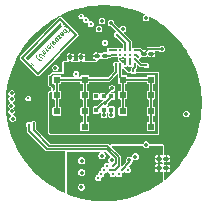
<source format=gbr>
%TF.GenerationSoftware,KiCad,Pcbnew,9.0.7+1*%
%TF.CreationDate,2026-02-21T13:52:29+00:00*%
%TF.ProjectId,ZSWatch-Extension,5a535761-7463-4682-9d45-7874656e7369,+ (Unreleased)*%
%TF.SameCoordinates,Original*%
%TF.FileFunction,Copper,L4,Bot*%
%TF.FilePolarity,Positive*%
%FSLAX46Y46*%
G04 Gerber Fmt 4.6, Leading zero omitted, Abs format (unit mm)*
G04 Created by KiCad (PCBNEW 9.0.7+1) date 2026-02-21 13:52:29*
%MOMM*%
%LPD*%
G01*
G04 APERTURE LIST*
G04 Aperture macros list*
%AMRoundRect*
0 Rectangle with rounded corners*
0 $1 Rounding radius*
0 $2 $3 $4 $5 $6 $7 $8 $9 X,Y pos of 4 corners*
0 Add a 4 corners polygon primitive as box body*
4,1,4,$2,$3,$4,$5,$6,$7,$8,$9,$2,$3,0*
0 Add four circle primitives for the rounded corners*
1,1,$1+$1,$2,$3*
1,1,$1+$1,$4,$5*
1,1,$1+$1,$6,$7*
1,1,$1+$1,$8,$9*
0 Add four rect primitives between the rounded corners*
20,1,$1+$1,$2,$3,$4,$5,0*
20,1,$1+$1,$4,$5,$6,$7,0*
20,1,$1+$1,$6,$7,$8,$9,0*
20,1,$1+$1,$8,$9,$2,$3,0*%
G04 Aperture macros list end*
%TA.AperFunction,Conductor*%
%ADD10C,0.200000*%
%TD*%
%ADD11C,0.060000*%
%TA.AperFunction,NonConductor*%
%ADD12C,0.060000*%
%TD*%
%TA.AperFunction,SMDPad,CuDef*%
%ADD13RoundRect,0.100000X-0.130000X-0.100000X0.130000X-0.100000X0.130000X0.100000X-0.130000X0.100000X0*%
%TD*%
%TA.AperFunction,SMDPad,CuDef*%
%ADD14RoundRect,0.100000X0.130000X0.100000X-0.130000X0.100000X-0.130000X-0.100000X0.130000X-0.100000X0*%
%TD*%
%TA.AperFunction,SMDPad,CuDef*%
%ADD15R,0.550000X0.550000*%
%TD*%
%TA.AperFunction,SMDPad,CuDef*%
%ADD16RoundRect,0.100000X0.100000X-0.130000X0.100000X0.130000X-0.100000X0.130000X-0.100000X-0.130000X0*%
%TD*%
%TA.AperFunction,SMDPad,CuDef*%
%ADD17R,0.400000X0.400000*%
%TD*%
%TA.AperFunction,SMDPad,CuDef*%
%ADD18C,0.250000*%
%TD*%
%TA.AperFunction,ViaPad*%
%ADD19C,0.350000*%
%TD*%
%TA.AperFunction,ViaPad*%
%ADD20C,0.302400*%
%TD*%
%TA.AperFunction,Conductor*%
%ADD21C,0.150000*%
%TD*%
G04 APERTURE END LIST*
D10*
%TO.N,Net-(IC501-CS_{ACC})*%
X202665686Y-144234314D02*
X199412994Y-147487006D01*
X198069491Y-146143503D01*
X201322183Y-142890813D01*
X202665686Y-144234314D01*
D11*
D12*
X198806213Y-146779209D02*
X199021712Y-146563710D01*
X198806213Y-146563710D02*
X199021712Y-146779209D01*
X199237211Y-145917212D02*
X199237211Y-145944150D01*
X199237211Y-145944150D02*
X199250680Y-146011493D01*
X199250680Y-146011493D02*
X199264148Y-146051899D01*
X199264148Y-146051899D02*
X199291086Y-146105774D01*
X199291086Y-146105774D02*
X199344961Y-146186586D01*
X199344961Y-146186586D02*
X199398835Y-146240461D01*
X199398835Y-146240461D02*
X199479648Y-146294336D01*
X199479648Y-146294336D02*
X199533522Y-146321273D01*
X199533522Y-146321273D02*
X199573928Y-146334742D01*
X199573928Y-146334742D02*
X199641272Y-146348211D01*
X199641272Y-146348211D02*
X199668209Y-146348211D01*
X199735553Y-146200055D02*
X199506585Y-145971087D01*
X199506585Y-145971087D02*
X199493117Y-145930681D01*
X199493117Y-145930681D02*
X199493117Y-145903743D01*
X199493117Y-145903743D02*
X199506585Y-145863337D01*
X199506585Y-145863337D02*
X199560460Y-145809462D01*
X199560460Y-145809462D02*
X199600866Y-145795994D01*
X199600866Y-145795994D02*
X199627804Y-145795994D01*
X199627804Y-145795994D02*
X199668210Y-145809462D01*
X199668210Y-145809462D02*
X199897178Y-146038430D01*
X199937584Y-145809462D02*
X199749022Y-145620900D01*
X199910646Y-145782525D02*
X199937584Y-145782525D01*
X199937584Y-145782525D02*
X199977990Y-145769056D01*
X199977990Y-145769056D02*
X200018396Y-145728650D01*
X200018396Y-145728650D02*
X200031865Y-145688244D01*
X200031865Y-145688244D02*
X200018396Y-145647838D01*
X200018396Y-145647838D02*
X199870240Y-145499682D01*
X200004928Y-145364995D02*
X200193489Y-145553557D01*
X200139615Y-145499682D02*
X200180021Y-145513151D01*
X200180021Y-145513151D02*
X200206958Y-145513151D01*
X200206958Y-145513151D02*
X200247364Y-145499682D01*
X200247364Y-145499682D02*
X200274302Y-145472745D01*
X200301239Y-145095621D02*
X200260833Y-145109090D01*
X200260833Y-145109090D02*
X200206958Y-145162964D01*
X200206958Y-145162964D02*
X200193489Y-145203371D01*
X200193489Y-145203371D02*
X200206958Y-145243777D01*
X200206958Y-145243777D02*
X200314708Y-145351526D01*
X200314708Y-145351526D02*
X200355114Y-145364995D01*
X200355114Y-145364995D02*
X200395520Y-145351526D01*
X200395520Y-145351526D02*
X200449395Y-145297651D01*
X200449395Y-145297651D02*
X200462863Y-145257245D01*
X200462863Y-145257245D02*
X200449395Y-145216839D01*
X200449395Y-145216839D02*
X200422457Y-145189902D01*
X200422457Y-145189902D02*
X200260833Y-145297651D01*
X200462863Y-144907059D02*
X200449395Y-144947465D01*
X200449395Y-144947465D02*
X200462863Y-144987871D01*
X200462863Y-144987871D02*
X200705300Y-145230308D01*
X200691831Y-144705029D02*
X200651425Y-144718497D01*
X200651425Y-144718497D02*
X200597550Y-144772372D01*
X200597550Y-144772372D02*
X200584082Y-144812778D01*
X200584082Y-144812778D02*
X200597550Y-144853184D01*
X200597550Y-144853184D02*
X200705300Y-144960934D01*
X200705300Y-144960934D02*
X200745706Y-144974403D01*
X200745706Y-144974403D02*
X200786112Y-144960934D01*
X200786112Y-144960934D02*
X200839987Y-144907059D01*
X200839987Y-144907059D02*
X200853456Y-144866653D01*
X200853456Y-144866653D02*
X200839987Y-144826247D01*
X200839987Y-144826247D02*
X200813050Y-144799309D01*
X200813050Y-144799309D02*
X200651425Y-144907059D01*
X200934268Y-144435655D02*
X201082424Y-144583810D01*
X201082424Y-144583810D02*
X201095892Y-144624216D01*
X201095892Y-144624216D02*
X201082424Y-144664623D01*
X201082424Y-144664623D02*
X201028549Y-144718497D01*
X201028549Y-144718497D02*
X200988143Y-144731966D01*
X200947737Y-144449123D02*
X200907330Y-144462592D01*
X200907330Y-144462592D02*
X200839987Y-144529936D01*
X200839987Y-144529936D02*
X200826518Y-144570342D01*
X200826518Y-144570342D02*
X200839987Y-144610748D01*
X200839987Y-144610748D02*
X200866924Y-144637685D01*
X200866924Y-144637685D02*
X200907330Y-144651154D01*
X200907330Y-144651154D02*
X200947737Y-144637685D01*
X200947737Y-144637685D02*
X201015080Y-144570342D01*
X201015080Y-144570342D02*
X201055486Y-144556873D01*
X201068955Y-144327905D02*
X201082424Y-144287499D01*
X201082424Y-144287499D02*
X201136298Y-144233624D01*
X201136298Y-144233624D02*
X201176705Y-144220155D01*
X201176705Y-144220155D02*
X201217111Y-144233624D01*
X201217111Y-144233624D02*
X201230579Y-144247093D01*
X201230579Y-144247093D02*
X201244048Y-144287499D01*
X201244048Y-144287499D02*
X201230579Y-144327905D01*
X201230579Y-144327905D02*
X201190173Y-144368311D01*
X201190173Y-144368311D02*
X201176705Y-144408717D01*
X201176705Y-144408717D02*
X201190173Y-144449123D01*
X201190173Y-144449123D02*
X201203642Y-144462592D01*
X201203642Y-144462592D02*
X201244048Y-144476061D01*
X201244048Y-144476061D02*
X201284454Y-144462592D01*
X201284454Y-144462592D02*
X201324860Y-144422186D01*
X201324860Y-144422186D02*
X201338329Y-144381780D01*
X201419142Y-143977718D02*
X201378735Y-143991187D01*
X201378735Y-143991187D02*
X201324861Y-144045062D01*
X201324861Y-144045062D02*
X201311392Y-144085468D01*
X201311392Y-144085468D02*
X201324861Y-144125874D01*
X201324861Y-144125874D02*
X201432610Y-144233624D01*
X201432610Y-144233624D02*
X201473016Y-144247092D01*
X201473016Y-144247092D02*
X201513422Y-144233624D01*
X201513422Y-144233624D02*
X201567297Y-144179749D01*
X201567297Y-144179749D02*
X201580766Y-144139343D01*
X201580766Y-144139343D02*
X201567297Y-144098937D01*
X201567297Y-144098937D02*
X201540360Y-144071999D01*
X201540360Y-144071999D02*
X201378735Y-144179749D01*
X201661578Y-143708344D02*
X201944421Y-143991187D01*
X201675047Y-143721813D02*
X201634641Y-143735282D01*
X201634641Y-143735282D02*
X201580766Y-143789157D01*
X201580766Y-143789157D02*
X201567297Y-143829563D01*
X201567297Y-143829563D02*
X201567297Y-143856500D01*
X201567297Y-143856500D02*
X201580766Y-143896906D01*
X201580766Y-143896906D02*
X201661578Y-143977718D01*
X201661578Y-143977718D02*
X201701984Y-143991187D01*
X201701984Y-143991187D02*
X201728922Y-143991187D01*
X201728922Y-143991187D02*
X201769328Y-143977718D01*
X201769328Y-143977718D02*
X201823202Y-143923844D01*
X201823202Y-143923844D02*
X201836671Y-143883438D01*
X201661578Y-143492845D02*
X201688516Y-143492845D01*
X201688516Y-143492845D02*
X201755859Y-143506314D01*
X201755859Y-143506314D02*
X201796265Y-143519782D01*
X201796265Y-143519782D02*
X201850140Y-143546720D01*
X201850140Y-143546720D02*
X201930952Y-143600595D01*
X201930952Y-143600595D02*
X201984827Y-143654469D01*
X201984827Y-143654469D02*
X202038702Y-143735282D01*
X202038702Y-143735282D02*
X202065639Y-143789156D01*
X202065639Y-143789156D02*
X202079108Y-143829563D01*
X202079108Y-143829563D02*
X202092577Y-143896906D01*
X202092577Y-143896906D02*
X202092577Y-143923843D01*
%TD*%
D13*
%TO.P,C508,1*%
%TO.N,VSYS*%
X208380000Y-145800000D03*
%TO.P,C508,2*%
%TO.N,GND*%
X209020000Y-145800000D03*
%TD*%
D14*
%TO.P,C611,1*%
%TO.N,GND*%
X210300000Y-154700000D03*
%TO.P,C611,2*%
%TO.N,GNDA*%
X209660000Y-154700000D03*
%TD*%
D15*
%TO.P,D501,1,K*%
%TO.N,Net-(D501-K)*%
X203390000Y-148000000D03*
X201010000Y-148000000D03*
X203390000Y-149310000D03*
X201010000Y-149310000D03*
X203390000Y-150690000D03*
X201010000Y-150690000D03*
X203390000Y-152000000D03*
%TO.P,D501,2,A*%
%TO.N,PD_GND*%
X201010000Y-152000000D03*
%TD*%
D14*
%TO.P,R601,1*%
%TO.N,GND*%
X210300000Y-155500000D03*
%TO.P,R601,2*%
%TO.N,GNDA*%
X209660000Y-155500000D03*
%TD*%
D16*
%TO.P,R501,1*%
%TO.N,PD_GND*%
X203100000Y-146720000D03*
%TO.P,R501,2*%
%TO.N,GND*%
X203100000Y-146080000D03*
%TD*%
%TO.P,C501,1*%
%TO.N,PD_GND*%
X202150000Y-146720000D03*
%TO.P,C501,2*%
%TO.N,GND*%
X202150000Y-146080000D03*
%TD*%
D14*
%TO.P,C509,1*%
%TO.N,Net-(IC503-V_{REF})*%
X205075000Y-146000000D03*
%TO.P,C509,2*%
%TO.N,GND*%
X204435000Y-146000000D03*
%TD*%
D17*
%TO.P,LED501,1,K*%
%TO.N,Net-(IC503-LED2-DRV)*%
X205650000Y-150575000D03*
%TO.P,LED501,2,A*%
%TO.N,VSYS*%
X205650000Y-149425000D03*
%TO.P,LED501,3,K*%
%TO.N,Net-(IC503-LED1-DRV)*%
X205000000Y-150575000D03*
%TO.P,LED501,4,K*%
%TO.N,Net-(IC503-LED3-DRV)*%
X205000000Y-149425000D03*
%TO.P,LED501,5,A*%
%TO.N,VSYS*%
X204350000Y-150575000D03*
%TO.P,LED501,6,NC*%
%TO.N,unconnected-(LED501-NC-Pad6)*%
X204350000Y-149425000D03*
%TD*%
D18*
%TO.P,IC503,A1,V_{LED}*%
%TO.N,VSYS*%
X207600000Y-145500000D03*
%TO.P,IC503,A2,SCLK*%
%TO.N,Net-(IC501-SCLK_{SENSOR})*%
X207200000Y-145500000D03*
%TO.P,IC503,A3,MISO*%
%TO.N,Net-(IC501-MISO_{SENSOR})*%
X206800000Y-145500000D03*
%TO.P,IC503,A4,MOSI*%
%TO.N,Net-(IC501-MOSI_{SENSOR})*%
X206400000Y-145500000D03*
%TO.P,IC503,A5,~{CSB}*%
%TO.N,Net-(IC501-CS_{PPG})*%
X206000000Y-145500000D03*
%TO.P,IC503,B1,LED3-DRV*%
%TO.N,Net-(IC503-LED3-DRV)*%
X207600000Y-145900000D03*
%TO.P,IC503,B2,~{INT}*%
%TO.N,Net-(IC501-INT_{PPG})*%
X207200000Y-145900000D03*
%TO.P,IC503,B3,GPIO1*%
%TO.N,unconnected-(IC503-GPIO1-PadB3)*%
X206800000Y-145900000D03*
%TO.P,IC503,B4,GPIO2*%
%TO.N,unconnected-(IC503-GPIO2-PadB4)*%
X206400000Y-145900000D03*
%TO.P,IC503,B5,V_{REF}*%
%TO.N,Net-(IC503-V_{REF})*%
X206000000Y-145900000D03*
%TO.P,IC503,C1,LED2-DRV*%
%TO.N,Net-(IC503-LED2-DRV)*%
X207600000Y-146300000D03*
%TO.P,IC503,C2,DVDD*%
%TO.N,/Project Architecture/Connectors/+1V8_HR*%
X207200000Y-146300000D03*
%TO.P,IC503,C3,DGND*%
%TO.N,GND*%
X206800000Y-146300000D03*
%TO.P,IC503,C4,AGND*%
X206400000Y-146300000D03*
%TO.P,IC503,C5,PD-GND*%
%TO.N,PD_GND*%
X206000000Y-146300000D03*
%TO.P,IC503,D1,LED1-DRV*%
%TO.N,Net-(IC503-LED1-DRV)*%
X207600000Y-146700000D03*
%TO.P,IC503,D2,AVDD*%
%TO.N,/Project Architecture/Connectors/+1V8_HR*%
X207200000Y-146700000D03*
%TO.P,IC503,D3,PGND*%
%TO.N,GND*%
X206800000Y-146700000D03*
%TO.P,IC503,D4,PD2-IN*%
%TO.N,Net-(D502-K)*%
X206400000Y-146700000D03*
%TO.P,IC503,D5,PD1-IN*%
%TO.N,Net-(D501-K)*%
X206000000Y-146700000D03*
%TD*%
D15*
%TO.P,D502,1,K*%
%TO.N,Net-(D502-K)*%
X208990000Y-148000000D03*
X206610000Y-148000000D03*
X208990000Y-149310000D03*
X206610000Y-149310000D03*
X208990000Y-150690000D03*
X206610000Y-150690000D03*
X208990000Y-152000000D03*
%TO.P,D502,2,A*%
%TO.N,PD_GND*%
X206610000Y-152000000D03*
%TD*%
D19*
%TO.N,GND*%
X207112500Y-144143000D03*
X200400000Y-148800000D03*
X209700000Y-143993000D03*
D20*
X209350000Y-146400000D03*
D19*
X209500000Y-146880000D03*
X212000000Y-151400000D03*
D20*
X206800000Y-146700000D03*
X204875000Y-142275000D03*
X201247524Y-146516942D03*
X200200000Y-144666584D03*
X200379773Y-147420227D03*
%TO.N,PD_GND*%
X203725000Y-147325000D03*
X204000000Y-148900000D03*
X204000000Y-148375000D03*
X202700000Y-148525000D03*
X201650000Y-150775000D03*
X204775000Y-147325000D03*
X202175000Y-151300000D03*
X202175000Y-150775000D03*
X201650000Y-149050000D03*
X204250000Y-147325000D03*
X202175000Y-148525000D03*
X202700000Y-151300000D03*
X201650000Y-151300000D03*
X202175000Y-149050000D03*
X202700000Y-149050000D03*
X202700000Y-150775000D03*
D19*
%TO.N,GNDA*%
X206842069Y-157435457D03*
D20*
X207275000Y-156005000D03*
D19*
X203700000Y-154300000D03*
X203700000Y-157745000D03*
X208900000Y-155200000D03*
X205300000Y-157500000D03*
X209400000Y-156345000D03*
D20*
X206775000Y-156005000D03*
X205275000Y-156005000D03*
D19*
%TO.N,VSYS*%
X205100000Y-150000000D03*
X197200000Y-150700000D03*
X209900000Y-145400000D03*
X203100000Y-157105000D03*
D20*
%TO.N,Net-(IC503-LED3-DRV)*%
X207890354Y-146060790D03*
D19*
X205687500Y-148737500D03*
D20*
%TO.N,Net-(IC503-LED1-DRV)*%
X207500000Y-147300000D03*
D19*
X205000000Y-151000000D03*
D20*
%TO.N,Net-(IC503-LED2-DRV)*%
X208600000Y-146800000D03*
D19*
X205650000Y-151000000D03*
%TO.N,/Project Architecture/Audio/I2C_SCL*%
X197200000Y-149650000D03*
D20*
X198630659Y-151830659D03*
X205775000Y-155325000D03*
X203500000Y-142972581D03*
X198616200Y-149583800D03*
%TO.N,/Project Architecture/Audio/I2C_SDA*%
X203900000Y-143300000D03*
D19*
X197181864Y-150198937D03*
D20*
X199048798Y-151700000D03*
X205525000Y-155665000D03*
%TO.N,/Project Architecture/Connectors/Status*%
X203100000Y-142656284D03*
D19*
X197200000Y-149172528D03*
D20*
%TO.N,Net-(IC601-VREF)*%
X205775000Y-156005000D03*
D19*
X205675000Y-154825000D03*
%TO.N,Net-(IC601-HPCFN)*%
X207675000Y-154525000D03*
D20*
X207025000Y-155665000D03*
D19*
%TO.N,Net-(IC601-SP_P)*%
X203125000Y-154875000D03*
D20*
X204775000Y-156005000D03*
%TO.N,Net-(IC601-SP_N)*%
X204525000Y-156345000D03*
D19*
X203125001Y-155875000D03*
D20*
%TO.N,Net-(IC501-SCLK_{SENSOR})*%
X205100000Y-144900000D03*
D19*
X205600000Y-143200000D03*
%TO.N,/Project Architecture/Heartrate/INT_{ACC}*%
X206612502Y-143712500D03*
D20*
X202653033Y-147529741D03*
%TO.N,Net-(IC501-MOSI_{SENSOR})*%
X206400000Y-145500000D03*
%TO.N,Net-(IC501-CS_{PPG})*%
X205500000Y-145500000D03*
%TO.N,Net-(IC501-CS_{ACC})*%
X201606169Y-143268723D03*
D19*
X204600000Y-143700000D03*
D20*
%TO.N,Net-(IC501-INT_{PPG})*%
X207200000Y-145900000D03*
%TO.N,Net-(IC501-MISO_{SENSOR})*%
X206100000Y-144200000D03*
%TO.N,/Project Architecture/Audio/I2S_DIN*%
X206525000Y-155665000D03*
D19*
X207175000Y-154825000D03*
D20*
%TO.N,/Project Architecture/Audio/I2S_MCLK*%
X205025000Y-155665000D03*
D19*
X208600000Y-153500000D03*
%TO.N,/Project Architecture/Connectors/+1V8_HR*%
X200900000Y-147000000D03*
X208572500Y-142800000D03*
D20*
X207202395Y-146302417D03*
D19*
X197290188Y-151299806D03*
X204850000Y-143040000D03*
D20*
%TO.N,/Project Architecture/Audio/+1V8_PA*%
X206275000Y-156005000D03*
D19*
X204845000Y-154445000D03*
X212000000Y-150900000D03*
D20*
X205275000Y-155325000D03*
%TD*%
D21*
%TO.N,GND*%
X206800000Y-146300000D02*
X206800000Y-146700000D01*
%TO.N,VSYS*%
X205100000Y-150000000D02*
X204925000Y-150000000D01*
X205650000Y-149425000D02*
X205650000Y-149450000D01*
X205650000Y-149450000D02*
X205100000Y-150000000D01*
X204925000Y-150000000D02*
X204350000Y-150575000D01*
X207600000Y-145500000D02*
X208080000Y-145500000D01*
X208080000Y-145500000D02*
X208380000Y-145800000D01*
X209900000Y-145400000D02*
X208780000Y-145400000D01*
X208780000Y-145400000D02*
X208380000Y-145800000D01*
%TO.N,Net-(IC503-V_{REF})*%
X205600000Y-145900000D02*
X205500000Y-146000000D01*
X205500000Y-146000000D02*
X205075000Y-146000000D01*
X206000000Y-145900000D02*
X205600000Y-145900000D01*
%TO.N,Net-(D501-K)*%
X201010000Y-149310000D02*
X201010000Y-148000000D01*
X203390000Y-148000000D02*
X203390000Y-149310000D01*
X201010000Y-148000000D02*
X203390000Y-148000000D01*
X206000000Y-147400000D02*
X205400000Y-148000000D01*
X204200000Y-148000000D02*
X203390000Y-148000000D01*
X203390000Y-150690000D02*
X203390000Y-152000000D01*
X205400000Y-148000000D02*
X204200000Y-148000000D01*
X203390000Y-149310000D02*
X203390000Y-150690000D01*
X206000000Y-146700000D02*
X206000000Y-147400000D01*
X201010000Y-150690000D02*
X201010000Y-149310000D01*
%TO.N,Net-(D502-K)*%
X206610000Y-150690000D02*
X206610000Y-149310000D01*
X206600000Y-148000000D02*
X206610000Y-148000000D01*
X206610000Y-149310000D02*
X206610000Y-148000000D01*
X208990000Y-150690000D02*
X208990000Y-149600000D01*
X206400000Y-146700000D02*
X206400000Y-147800000D01*
X206610000Y-148000000D02*
X208990000Y-148000000D01*
X208990000Y-152000000D02*
X208990000Y-150690000D01*
X208990000Y-149310000D02*
X208990000Y-148000000D01*
%TO.N,Net-(IC503-LED3-DRV)*%
X207729564Y-145900000D02*
X207890354Y-146060790D01*
X207600000Y-145900000D02*
X207729564Y-145900000D01*
X205687500Y-148737500D02*
X205000000Y-149425000D01*
%TO.N,Net-(IC503-LED1-DRV)*%
X207500000Y-147300000D02*
X207500000Y-147064154D01*
X205000000Y-150575000D02*
X205000000Y-151000000D01*
X207500000Y-147064154D02*
X207600000Y-146964154D01*
X207600000Y-146964154D02*
X207600000Y-146700000D01*
%TO.N,Net-(IC503-LED2-DRV)*%
X208606200Y-146800000D02*
X208125679Y-146800000D01*
X208125679Y-146800000D02*
X207625679Y-146300000D01*
X207625679Y-146300000D02*
X207600000Y-146300000D01*
X205650000Y-151000000D02*
X205650000Y-150575000D01*
%TO.N,/Project Architecture/Audio/I2C_SCL*%
X205246389Y-153900000D02*
X200200000Y-153900000D01*
X206026000Y-154679611D02*
X205246389Y-153900000D01*
X198630659Y-152330659D02*
X198630659Y-151830659D01*
X206026000Y-155074000D02*
X206026000Y-154679611D01*
X200200000Y-153900000D02*
X198630659Y-152330659D01*
X205775000Y-155325000D02*
X206026000Y-155074000D01*
%TO.N,/Project Architecture/Audio/I2C_SDA*%
X205525000Y-155665000D02*
X205935000Y-155665000D01*
X200400000Y-153600000D02*
X199048798Y-152248798D01*
X199048798Y-152248798D02*
X199048798Y-151700000D01*
X206277000Y-154575643D02*
X205301357Y-153600000D01*
X206277000Y-155323000D02*
X206277000Y-154575643D01*
X205935000Y-155665000D02*
X206277000Y-155323000D01*
X205301357Y-153600000D02*
X200400000Y-153600000D01*
%TO.N,Net-(IC501-SCLK_{SENSOR})*%
X205600000Y-143200000D02*
X207200000Y-144800000D01*
X207200000Y-144800000D02*
X207200000Y-145500000D01*
%TO.N,Net-(IC501-CS_{PPG})*%
X205500000Y-145500000D02*
X206000000Y-145500000D01*
%TO.N,Net-(IC501-MISO_{SENSOR})*%
X206800000Y-144900000D02*
X206100000Y-144200000D01*
X206800000Y-145500000D02*
X206800000Y-144900000D01*
%TO.N,/Project Architecture/Audio/I2S_DIN*%
X207175000Y-154825000D02*
X207175000Y-155015000D01*
X207175000Y-155015000D02*
X206525000Y-155665000D01*
%TO.N,/Project Architecture/Connectors/+1V8_HR*%
X207200000Y-146300000D02*
X207200000Y-146700000D01*
X207200000Y-146300022D02*
X207202395Y-146302417D01*
X207200000Y-146300000D02*
X207200000Y-146300022D01*
%TD*%
%TA.AperFunction,Conductor*%
%TO.N,GNDA*%
G36*
X208316547Y-153618306D02*
G01*
X208326479Y-153631249D01*
X208357939Y-153685738D01*
X208357944Y-153685744D01*
X208414255Y-153742055D01*
X208414261Y-153742060D01*
X208483239Y-153781885D01*
X208527654Y-153793786D01*
X208560170Y-153802499D01*
X208560173Y-153802499D01*
X208560175Y-153802500D01*
X208560176Y-153802500D01*
X208639824Y-153802500D01*
X208639825Y-153802500D01*
X208716761Y-153781885D01*
X208785739Y-153742060D01*
X208842060Y-153685739D01*
X208855615Y-153662261D01*
X208873521Y-153631249D01*
X208911472Y-153602129D01*
X208927647Y-153600000D01*
X209912500Y-153600000D01*
X209956694Y-153618306D01*
X209975000Y-153662500D01*
X209975000Y-154333673D01*
X209956694Y-154377867D01*
X209912500Y-154396173D01*
X209884597Y-154387709D01*
X209884259Y-154388527D01*
X209878570Y-154386170D01*
X209812356Y-154373000D01*
X209723500Y-154373000D01*
X209723500Y-155027000D01*
X209812356Y-155027000D01*
X209812356Y-155026999D01*
X209878570Y-155013829D01*
X209884259Y-155011473D01*
X209884870Y-155012950D01*
X209895653Y-155010804D01*
X209912500Y-155003826D01*
X209918410Y-155006274D01*
X209924685Y-155005025D01*
X209939848Y-155015154D01*
X209956694Y-155022132D01*
X209959142Y-155028042D01*
X209964462Y-155031596D01*
X209975000Y-155066326D01*
X209975000Y-155133673D01*
X209956694Y-155177867D01*
X209912500Y-155196173D01*
X209884597Y-155187709D01*
X209884259Y-155188527D01*
X209878570Y-155186170D01*
X209812356Y-155173000D01*
X209723500Y-155173000D01*
X209723500Y-155827000D01*
X209812356Y-155827000D01*
X209812356Y-155826999D01*
X209878570Y-155813829D01*
X209884259Y-155811473D01*
X209884870Y-155812950D01*
X209924685Y-155805025D01*
X209964462Y-155831596D01*
X209975000Y-155866326D01*
X209975000Y-156607415D01*
X209956694Y-156651609D01*
X209950548Y-156656999D01*
X209835900Y-156744972D01*
X209832575Y-156747355D01*
X209384403Y-157046814D01*
X209380930Y-157048974D01*
X208914129Y-157318482D01*
X208910522Y-157320410D01*
X208427087Y-157558813D01*
X208423362Y-157560500D01*
X207925392Y-157766766D01*
X207921564Y-157768207D01*
X207411151Y-157941469D01*
X207407237Y-157942656D01*
X206886599Y-158082161D01*
X206882616Y-158083090D01*
X206353954Y-158188247D01*
X206349919Y-158188913D01*
X205815523Y-158259268D01*
X205811453Y-158259669D01*
X205273596Y-158294922D01*
X205269508Y-158295056D01*
X204730492Y-158295056D01*
X204726404Y-158294922D01*
X204188546Y-158259669D01*
X204184476Y-158259268D01*
X203650080Y-158188913D01*
X203646045Y-158188247D01*
X203117383Y-158083090D01*
X203113400Y-158082161D01*
X202592762Y-157942656D01*
X202588848Y-157941469D01*
X202078435Y-157768207D01*
X202074607Y-157766766D01*
X201913582Y-157700067D01*
X201879757Y-157666243D01*
X201875000Y-157642325D01*
X201875000Y-157065170D01*
X202797500Y-157065170D01*
X202797500Y-157144829D01*
X202818115Y-157221761D01*
X202818115Y-157221763D01*
X202857939Y-157290738D01*
X202857944Y-157290744D01*
X202914255Y-157347055D01*
X202914261Y-157347060D01*
X202983239Y-157386885D01*
X203027654Y-157398786D01*
X203060170Y-157407499D01*
X203060173Y-157407499D01*
X203060175Y-157407500D01*
X203060176Y-157407500D01*
X203139824Y-157407500D01*
X203139825Y-157407500D01*
X203216761Y-157386885D01*
X203285739Y-157347060D01*
X203342060Y-157290739D01*
X203381885Y-157221761D01*
X203402500Y-157144825D01*
X203402500Y-157065175D01*
X203381885Y-156988239D01*
X203381884Y-156988237D01*
X203381884Y-156988236D01*
X203342060Y-156919261D01*
X203342055Y-156919255D01*
X203285744Y-156862944D01*
X203285738Y-156862939D01*
X203216762Y-156823115D01*
X203139829Y-156802500D01*
X203139825Y-156802500D01*
X203060175Y-156802500D01*
X203060170Y-156802500D01*
X202983238Y-156823115D01*
X202983236Y-156823115D01*
X202914261Y-156862939D01*
X202914255Y-156862944D01*
X202857944Y-156919255D01*
X202857939Y-156919261D01*
X202818115Y-156988236D01*
X202818115Y-156988238D01*
X202797500Y-157065170D01*
X201875000Y-157065170D01*
X201875000Y-155835170D01*
X202822501Y-155835170D01*
X202822501Y-155914829D01*
X202843116Y-155991761D01*
X202843116Y-155991763D01*
X202882940Y-156060738D01*
X202882945Y-156060744D01*
X202939256Y-156117055D01*
X202939262Y-156117060D01*
X202947790Y-156121984D01*
X203008240Y-156156885D01*
X203052655Y-156168786D01*
X203085171Y-156177499D01*
X203085174Y-156177499D01*
X203085176Y-156177500D01*
X203085177Y-156177500D01*
X203164825Y-156177500D01*
X203164826Y-156177500D01*
X203241762Y-156156885D01*
X203310740Y-156117060D01*
X203367061Y-156060739D01*
X203406886Y-155991761D01*
X203427501Y-155914825D01*
X203427501Y-155835175D01*
X203427152Y-155833874D01*
X203413058Y-155781273D01*
X203406886Y-155758239D01*
X203406885Y-155758237D01*
X203406885Y-155758236D01*
X203367061Y-155689261D01*
X203367056Y-155689255D01*
X203310745Y-155632944D01*
X203310739Y-155632939D01*
X203241763Y-155593115D01*
X203164830Y-155572500D01*
X203164826Y-155572500D01*
X203085176Y-155572500D01*
X203085171Y-155572500D01*
X203008239Y-155593115D01*
X203008237Y-155593115D01*
X202939262Y-155632939D01*
X202939256Y-155632944D01*
X202882945Y-155689255D01*
X202882940Y-155689261D01*
X202843116Y-155758236D01*
X202843116Y-155758238D01*
X202822501Y-155835170D01*
X201875000Y-155835170D01*
X201875000Y-154835170D01*
X202822500Y-154835170D01*
X202822500Y-154914829D01*
X202843115Y-154991761D01*
X202843115Y-154991763D01*
X202882939Y-155060738D01*
X202882944Y-155060744D01*
X202939255Y-155117055D01*
X202939261Y-155117060D01*
X203008239Y-155156885D01*
X203052654Y-155168786D01*
X203085170Y-155177499D01*
X203085173Y-155177499D01*
X203085175Y-155177500D01*
X203085176Y-155177500D01*
X203164824Y-155177500D01*
X203164825Y-155177500D01*
X203241761Y-155156885D01*
X203310739Y-155117060D01*
X203367060Y-155060739D01*
X203406885Y-154991761D01*
X203427500Y-154914825D01*
X203427500Y-154835175D01*
X203425443Y-154827500D01*
X203419919Y-154806884D01*
X203406885Y-154758239D01*
X203406884Y-154758237D01*
X203406884Y-154758236D01*
X203367060Y-154689261D01*
X203367055Y-154689255D01*
X203310744Y-154632944D01*
X203310738Y-154632939D01*
X203241762Y-154593115D01*
X203164829Y-154572500D01*
X203164825Y-154572500D01*
X203085175Y-154572500D01*
X203085170Y-154572500D01*
X203008238Y-154593115D01*
X203008236Y-154593115D01*
X202939261Y-154632939D01*
X202939255Y-154632944D01*
X202882944Y-154689255D01*
X202882939Y-154689261D01*
X202843115Y-154758236D01*
X202843115Y-154758238D01*
X202822500Y-154835170D01*
X201875000Y-154835170D01*
X201875000Y-154165000D01*
X201893306Y-154120806D01*
X201937500Y-154102500D01*
X204608812Y-154102500D01*
X204653006Y-154120806D01*
X204671312Y-154165000D01*
X204653006Y-154209194D01*
X204602944Y-154259255D01*
X204602939Y-154259261D01*
X204563115Y-154328236D01*
X204563115Y-154328238D01*
X204542500Y-154405170D01*
X204542500Y-154484829D01*
X204563115Y-154561761D01*
X204563115Y-154561763D01*
X204602939Y-154630738D01*
X204602944Y-154630744D01*
X204659255Y-154687055D01*
X204659261Y-154687060D01*
X204695943Y-154708239D01*
X204728239Y-154726885D01*
X204772654Y-154738786D01*
X204805170Y-154747499D01*
X204805173Y-154747499D01*
X204805175Y-154747500D01*
X204805176Y-154747500D01*
X204884824Y-154747500D01*
X204884825Y-154747500D01*
X204961761Y-154726885D01*
X205030739Y-154687060D01*
X205087060Y-154630739D01*
X205126885Y-154561761D01*
X205147500Y-154484825D01*
X205147500Y-154405175D01*
X205126885Y-154328239D01*
X205126884Y-154328237D01*
X205126884Y-154328236D01*
X205087060Y-154259261D01*
X205087055Y-154259255D01*
X205036994Y-154209194D01*
X205018688Y-154165000D01*
X205036994Y-154120806D01*
X205081188Y-154102500D01*
X205136623Y-154102500D01*
X205180817Y-154120806D01*
X205529101Y-154469090D01*
X205547407Y-154513284D01*
X205529101Y-154557478D01*
X205516159Y-154567410D01*
X205489258Y-154582941D01*
X205432944Y-154639255D01*
X205432939Y-154639261D01*
X205393115Y-154708236D01*
X205393115Y-154708238D01*
X205372500Y-154785170D01*
X205372500Y-154864829D01*
X205393115Y-154941761D01*
X205403973Y-154960568D01*
X205410216Y-155007994D01*
X205381096Y-155045945D01*
X205333670Y-155052189D01*
X205311692Y-155046300D01*
X205238308Y-155046300D01*
X205238303Y-155046300D01*
X205167428Y-155065292D01*
X205167423Y-155065294D01*
X205103874Y-155101983D01*
X205051983Y-155153874D01*
X205015294Y-155217423D01*
X205015292Y-155217428D01*
X204996300Y-155288303D01*
X204996300Y-155336200D01*
X204977994Y-155380394D01*
X204949978Y-155396570D01*
X204917426Y-155405292D01*
X204917423Y-155405294D01*
X204853874Y-155441983D01*
X204801983Y-155493874D01*
X204765294Y-155557423D01*
X204765292Y-155557428D01*
X204746300Y-155628303D01*
X204746300Y-155676200D01*
X204727994Y-155720394D01*
X204699978Y-155736570D01*
X204667426Y-155745292D01*
X204667423Y-155745294D01*
X204603874Y-155781983D01*
X204551983Y-155833874D01*
X204515294Y-155897423D01*
X204515292Y-155897428D01*
X204496300Y-155968303D01*
X204496300Y-156016200D01*
X204477994Y-156060394D01*
X204449978Y-156076570D01*
X204417426Y-156085292D01*
X204417423Y-156085294D01*
X204353874Y-156121983D01*
X204301983Y-156173874D01*
X204265294Y-156237423D01*
X204265292Y-156237428D01*
X204246300Y-156308303D01*
X204246300Y-156381696D01*
X204265292Y-156452571D01*
X204265293Y-156452574D01*
X204301984Y-156516126D01*
X204353874Y-156568016D01*
X204417426Y-156604707D01*
X204460803Y-156616330D01*
X204488303Y-156623699D01*
X204488305Y-156623699D01*
X204488308Y-156623700D01*
X204488310Y-156623700D01*
X204561690Y-156623700D01*
X204561692Y-156623700D01*
X204632574Y-156604707D01*
X204696126Y-156568016D01*
X204748016Y-156516126D01*
X204784707Y-156452574D01*
X204803700Y-156381692D01*
X204803700Y-156333799D01*
X204822006Y-156289605D01*
X204850024Y-156273429D01*
X204882570Y-156264708D01*
X204882569Y-156264708D01*
X204882574Y-156264707D01*
X204946126Y-156228016D01*
X204998016Y-156176126D01*
X205034707Y-156112574D01*
X205053700Y-156041692D01*
X205053700Y-155993799D01*
X205072006Y-155949605D01*
X205100024Y-155933429D01*
X205132570Y-155924708D01*
X205132569Y-155924708D01*
X205132574Y-155924707D01*
X205196126Y-155888016D01*
X205230806Y-155853336D01*
X205275000Y-155835030D01*
X205319194Y-155853336D01*
X205353874Y-155888016D01*
X205417426Y-155924707D01*
X205417428Y-155924707D01*
X205417429Y-155924708D01*
X205449976Y-155933429D01*
X205487927Y-155962549D01*
X205496300Y-155993799D01*
X205496300Y-156041696D01*
X205515292Y-156112571D01*
X205515294Y-156112576D01*
X205550683Y-156173874D01*
X205551984Y-156176126D01*
X205603874Y-156228016D01*
X205667426Y-156264707D01*
X205699977Y-156273429D01*
X205738303Y-156283699D01*
X205738305Y-156283699D01*
X205738308Y-156283700D01*
X205738310Y-156283700D01*
X205811690Y-156283700D01*
X205811692Y-156283700D01*
X205882574Y-156264707D01*
X205946126Y-156228016D01*
X205980806Y-156193336D01*
X206025000Y-156175030D01*
X206069194Y-156193336D01*
X206103874Y-156228016D01*
X206167426Y-156264707D01*
X206199977Y-156273429D01*
X206238303Y-156283699D01*
X206238305Y-156283699D01*
X206238308Y-156283700D01*
X206238310Y-156283700D01*
X206311690Y-156283700D01*
X206311692Y-156283700D01*
X206382574Y-156264707D01*
X206446126Y-156228016D01*
X206498016Y-156176126D01*
X206534707Y-156112574D01*
X206553700Y-156041692D01*
X206553700Y-155993799D01*
X206572006Y-155949605D01*
X206600024Y-155933429D01*
X206632570Y-155924708D01*
X206632569Y-155924708D01*
X206632574Y-155924707D01*
X206696126Y-155888016D01*
X206730806Y-155853336D01*
X206775000Y-155835030D01*
X206819194Y-155853336D01*
X206853874Y-155888016D01*
X206917426Y-155924707D01*
X206949977Y-155933429D01*
X206988303Y-155943699D01*
X206988305Y-155943699D01*
X206988308Y-155943700D01*
X206988310Y-155943700D01*
X207061690Y-155943700D01*
X207061692Y-155943700D01*
X207132574Y-155924707D01*
X207196126Y-155888016D01*
X207248016Y-155836126D01*
X207284707Y-155772574D01*
X207303700Y-155701692D01*
X207303700Y-155628308D01*
X207302105Y-155622356D01*
X209303000Y-155622356D01*
X209316170Y-155688570D01*
X209316171Y-155688572D01*
X209366342Y-155763657D01*
X209441427Y-155813828D01*
X209441429Y-155813829D01*
X209507643Y-155826999D01*
X209507644Y-155827000D01*
X209596500Y-155827000D01*
X209596500Y-155563500D01*
X209303000Y-155563500D01*
X209303000Y-155622356D01*
X207302105Y-155622356D01*
X207284707Y-155557426D01*
X207248016Y-155493874D01*
X207196126Y-155441984D01*
X207196125Y-155441983D01*
X207173119Y-155428701D01*
X207164131Y-155423512D01*
X207135010Y-155385562D01*
X207136052Y-155377643D01*
X209303000Y-155377643D01*
X209303000Y-155436500D01*
X209596500Y-155436500D01*
X209596500Y-155173000D01*
X209507644Y-155173000D01*
X209441429Y-155186170D01*
X209441427Y-155186171D01*
X209366342Y-155236342D01*
X209316171Y-155311427D01*
X209316170Y-155311429D01*
X209303000Y-155377643D01*
X207136052Y-155377643D01*
X207141253Y-155338136D01*
X207151184Y-155325193D01*
X207346672Y-155129707D01*
X207376265Y-155058260D01*
X207389808Y-155037990D01*
X207417060Y-155010739D01*
X207449816Y-154954004D01*
X207456884Y-154941763D01*
X207456884Y-154941762D01*
X207456885Y-154941761D01*
X207477500Y-154864825D01*
X207477500Y-154864821D01*
X207478034Y-154860766D01*
X207479859Y-154861006D01*
X207495806Y-154822508D01*
X207540000Y-154804202D01*
X207556177Y-154806332D01*
X207558237Y-154806884D01*
X207558239Y-154806885D01*
X207602713Y-154818801D01*
X207635170Y-154827499D01*
X207635173Y-154827499D01*
X207635175Y-154827500D01*
X207635176Y-154827500D01*
X207714824Y-154827500D01*
X207714825Y-154827500D01*
X207734023Y-154822356D01*
X209303000Y-154822356D01*
X209316170Y-154888570D01*
X209316171Y-154888572D01*
X209366342Y-154963657D01*
X209441427Y-155013828D01*
X209441429Y-155013829D01*
X209507643Y-155026999D01*
X209507644Y-155027000D01*
X209596500Y-155027000D01*
X209596500Y-154763500D01*
X209303000Y-154763500D01*
X209303000Y-154822356D01*
X207734023Y-154822356D01*
X207791761Y-154806885D01*
X207860739Y-154767060D01*
X207917060Y-154710739D01*
X207956885Y-154641761D01*
X207974065Y-154577643D01*
X209303000Y-154577643D01*
X209303000Y-154636500D01*
X209596500Y-154636500D01*
X209596500Y-154373000D01*
X209507644Y-154373000D01*
X209441429Y-154386170D01*
X209441427Y-154386171D01*
X209366342Y-154436342D01*
X209316171Y-154511427D01*
X209316170Y-154511429D01*
X209303000Y-154577643D01*
X207974065Y-154577643D01*
X207977500Y-154564825D01*
X207977500Y-154485175D01*
X207977407Y-154484829D01*
X207964415Y-154436342D01*
X207956885Y-154408239D01*
X207956884Y-154408237D01*
X207956884Y-154408236D01*
X207917060Y-154339261D01*
X207917055Y-154339255D01*
X207860744Y-154282944D01*
X207860738Y-154282939D01*
X207791762Y-154243115D01*
X207714829Y-154222500D01*
X207714825Y-154222500D01*
X207635175Y-154222500D01*
X207635170Y-154222500D01*
X207558238Y-154243115D01*
X207558236Y-154243115D01*
X207489261Y-154282939D01*
X207489255Y-154282944D01*
X207432944Y-154339255D01*
X207432939Y-154339261D01*
X207393115Y-154408236D01*
X207393115Y-154408238D01*
X207372500Y-154485170D01*
X207371966Y-154489234D01*
X207370140Y-154488993D01*
X207354194Y-154527491D01*
X207310000Y-154545797D01*
X207293824Y-154543667D01*
X207214831Y-154522501D01*
X207214826Y-154522500D01*
X207214825Y-154522500D01*
X207135175Y-154522500D01*
X207135170Y-154522500D01*
X207058238Y-154543115D01*
X207058236Y-154543115D01*
X206989261Y-154582939D01*
X206989255Y-154582944D01*
X206932944Y-154639255D01*
X206932939Y-154639261D01*
X206893115Y-154708236D01*
X206893115Y-154708238D01*
X206872500Y-154785170D01*
X206872500Y-154864829D01*
X206893114Y-154941758D01*
X206893117Y-154941766D01*
X206894299Y-154943813D01*
X206894454Y-154944994D01*
X206894683Y-154945546D01*
X206894535Y-154945607D01*
X206900540Y-154991240D01*
X206884365Y-155019254D01*
X206586194Y-155317427D01*
X206542000Y-155335733D01*
X206497806Y-155317427D01*
X206479500Y-155273233D01*
X206479500Y-154535363D01*
X206479499Y-154535360D01*
X206458755Y-154485280D01*
X206458754Y-154485278D01*
X206458711Y-154485175D01*
X206448672Y-154460936D01*
X205694428Y-153706693D01*
X205676123Y-153662500D01*
X205694429Y-153618306D01*
X205738623Y-153600000D01*
X208272353Y-153600000D01*
X208316547Y-153618306D01*
G37*
%TD.AperFunction*%
%TD*%
%TA.AperFunction,Conductor*%
%TO.N,GND*%
G36*
X206634648Y-146053554D02*
G01*
X206660993Y-146079899D01*
X206668335Y-146097625D01*
X206800707Y-146229997D01*
X206800710Y-146230005D01*
X206800719Y-146230009D01*
X206807882Y-146247320D01*
X206815059Y-146264645D01*
X206815055Y-146264653D01*
X206815059Y-146264662D01*
X206808580Y-146280287D01*
X206800707Y-146299293D01*
X206800695Y-146299305D01*
X206799999Y-146299999D01*
X206800706Y-146300706D01*
X206815058Y-146335354D01*
X206800706Y-146370002D01*
X206676742Y-146493966D01*
X206676685Y-146494332D01*
X206677172Y-146506463D01*
X206835355Y-146664645D01*
X207001373Y-146830663D01*
X207012671Y-146832910D01*
X207020098Y-146839005D01*
X207072261Y-146891168D01*
X207072263Y-146891169D01*
X207072264Y-146891170D01*
X207155145Y-146925500D01*
X207155147Y-146925500D01*
X207244853Y-146925500D01*
X207244855Y-146925500D01*
X207283577Y-146909461D01*
X207321078Y-146909461D01*
X207347597Y-146935979D01*
X207347597Y-146973482D01*
X207324501Y-147029240D01*
X207324500Y-147029247D01*
X207324500Y-147099245D01*
X207310148Y-147133893D01*
X207286620Y-147157421D01*
X207248300Y-147249932D01*
X207248300Y-147295500D01*
X207233948Y-147330148D01*
X207199300Y-147344500D01*
X207113996Y-147344500D01*
X207079348Y-147330148D01*
X206757848Y-147008648D01*
X206743496Y-146974000D01*
X206757848Y-146939352D01*
X206792496Y-146925000D01*
X206844753Y-146925000D01*
X206844756Y-146924999D01*
X206922207Y-146892917D01*
X206599452Y-146570162D01*
X206590682Y-146569140D01*
X206589379Y-146567493D01*
X206587320Y-146567084D01*
X206579903Y-146560997D01*
X206539004Y-146520098D01*
X206531662Y-146502372D01*
X206399293Y-146370003D01*
X206384941Y-146335355D01*
X206399293Y-146300707D01*
X206400000Y-146300000D01*
X206399999Y-146299999D01*
X206470709Y-146299999D01*
X206593411Y-146422701D01*
X206606589Y-146422701D01*
X206729290Y-146299999D01*
X206606588Y-146177297D01*
X206593411Y-146177297D01*
X206470709Y-146299999D01*
X206399999Y-146299999D01*
X206399292Y-146299292D01*
X206384940Y-146264644D01*
X206399292Y-146229996D01*
X206530662Y-146098626D01*
X206532910Y-146087326D01*
X206538995Y-146079910D01*
X206565353Y-146053552D01*
X206600001Y-146039202D01*
X206634648Y-146053554D01*
G37*
%TD.AperFunction*%
%TA.AperFunction,Conductor*%
G36*
X205273154Y-141705049D02*
G01*
X205811912Y-141740360D01*
X205815054Y-141740669D01*
X206350375Y-141811146D01*
X206353532Y-141811668D01*
X206883051Y-141916996D01*
X206886157Y-141917720D01*
X207289850Y-142025889D01*
X207407654Y-142057455D01*
X207410722Y-142058385D01*
X207921991Y-142231937D01*
X207924980Y-142233062D01*
X208423779Y-142439671D01*
X208426689Y-142440989D01*
X208463280Y-142459034D01*
X208488008Y-142487230D01*
X208485555Y-142524653D01*
X208460360Y-142548251D01*
X208416440Y-142566443D01*
X208416439Y-142566445D01*
X208338944Y-142643940D01*
X208297000Y-142745198D01*
X208297000Y-142854801D01*
X208303157Y-142869665D01*
X208338943Y-142956058D01*
X208338944Y-142956059D01*
X208338945Y-142956061D01*
X208416439Y-143033555D01*
X208416440Y-143033555D01*
X208416442Y-143033557D01*
X208517700Y-143075500D01*
X208517702Y-143075500D01*
X208627298Y-143075500D01*
X208627300Y-143075500D01*
X208728558Y-143033557D01*
X208728560Y-143033555D01*
X208728561Y-143033555D01*
X208806055Y-142956061D01*
X208806055Y-142956060D01*
X208806057Y-142956058D01*
X208848000Y-142854800D01*
X208848000Y-142745200D01*
X208847785Y-142744683D01*
X208847785Y-142744125D01*
X208847058Y-142740466D01*
X208847785Y-142740321D01*
X208847783Y-142707182D01*
X208874300Y-142680661D01*
X208911803Y-142680658D01*
X208917555Y-142683495D01*
X209381306Y-142951242D01*
X209384029Y-142952935D01*
X209432314Y-142985198D01*
X209832959Y-143252900D01*
X209835539Y-143254749D01*
X210039559Y-143411300D01*
X210263869Y-143583420D01*
X210266348Y-143585454D01*
X210502402Y-143792467D01*
X210663284Y-143933557D01*
X210672270Y-143941437D01*
X210674610Y-143943629D01*
X211056370Y-144325389D01*
X211058562Y-144327729D01*
X211414545Y-144733651D01*
X211416579Y-144736130D01*
X211580739Y-144950066D01*
X211735458Y-145151700D01*
X211745240Y-145164447D01*
X211747108Y-145167053D01*
X212047064Y-145615970D01*
X212048757Y-145618693D01*
X212167580Y-145824500D01*
X212294627Y-146044552D01*
X212318701Y-146086248D01*
X212320208Y-146089068D01*
X212430388Y-146312490D01*
X212559007Y-146573305D01*
X212560330Y-146576226D01*
X212766932Y-147075007D01*
X212768062Y-147078008D01*
X212941614Y-147589277D01*
X212942544Y-147592345D01*
X213082277Y-148113834D01*
X213083005Y-148116957D01*
X213188330Y-148646464D01*
X213188853Y-148649627D01*
X213259327Y-149184920D01*
X213259641Y-149188111D01*
X213276231Y-149441223D01*
X213294920Y-149726380D01*
X213294951Y-149726845D01*
X213295056Y-149730050D01*
X213295056Y-150269949D01*
X213294951Y-150273154D01*
X213259641Y-150811888D01*
X213259327Y-150815079D01*
X213188853Y-151350372D01*
X213188330Y-151353535D01*
X213083005Y-151883042D01*
X213082277Y-151886165D01*
X212942544Y-152407654D01*
X212941614Y-152410722D01*
X212768062Y-152921991D01*
X212766932Y-152924992D01*
X212560330Y-153423773D01*
X212559007Y-153426694D01*
X212320213Y-153910923D01*
X212318701Y-153913751D01*
X212048757Y-154381306D01*
X212047064Y-154384029D01*
X211747108Y-154832946D01*
X211745240Y-154835552D01*
X211416579Y-155263869D01*
X211414545Y-155266348D01*
X211058562Y-155672270D01*
X211056370Y-155674610D01*
X210674610Y-156056370D01*
X210672270Y-156058562D01*
X210266349Y-156414545D01*
X210263870Y-156416579D01*
X210186329Y-156476078D01*
X210150104Y-156485785D01*
X210117626Y-156467033D01*
X210107500Y-156437204D01*
X210107500Y-155866330D01*
X210107500Y-155866326D01*
X210105996Y-155856191D01*
X210115106Y-155819813D01*
X210147272Y-155800531D01*
X210154465Y-155800000D01*
X210250000Y-155800000D01*
X210350000Y-155800000D01*
X210449695Y-155800000D01*
X210508036Y-155788395D01*
X210574192Y-155744192D01*
X210618395Y-155678036D01*
X210630000Y-155619694D01*
X210630000Y-155550000D01*
X210350000Y-155550000D01*
X210350000Y-155800000D01*
X210250000Y-155800000D01*
X210250000Y-155450000D01*
X210350000Y-155450000D01*
X210630000Y-155450000D01*
X210630000Y-155380305D01*
X210618395Y-155321963D01*
X210574192Y-155255807D01*
X210508036Y-155211604D01*
X210449695Y-155200000D01*
X210350000Y-155200000D01*
X210350000Y-155450000D01*
X210250000Y-155450000D01*
X210250000Y-155200000D01*
X210154013Y-155200000D01*
X210119365Y-155185648D01*
X210105013Y-155151000D01*
X210105955Y-155141440D01*
X210107500Y-155133673D01*
X210107500Y-155066326D01*
X210105996Y-155056191D01*
X210115106Y-155019813D01*
X210147272Y-155000531D01*
X210154465Y-155000000D01*
X210250000Y-155000000D01*
X210350000Y-155000000D01*
X210449695Y-155000000D01*
X210508036Y-154988395D01*
X210574192Y-154944192D01*
X210618395Y-154878036D01*
X210630000Y-154819694D01*
X210630000Y-154750000D01*
X210350000Y-154750000D01*
X210350000Y-155000000D01*
X210250000Y-155000000D01*
X210250000Y-154650000D01*
X210350000Y-154650000D01*
X210630000Y-154650000D01*
X210630000Y-154580305D01*
X210618395Y-154521963D01*
X210574192Y-154455807D01*
X210508036Y-154411604D01*
X210449695Y-154400000D01*
X210350000Y-154400000D01*
X210350000Y-154650000D01*
X210250000Y-154650000D01*
X210250000Y-154400000D01*
X210154013Y-154400000D01*
X210119365Y-154385648D01*
X210105013Y-154351000D01*
X210105955Y-154341440D01*
X210107500Y-154333673D01*
X210107500Y-153662500D01*
X210097414Y-153611794D01*
X210079108Y-153567600D01*
X210065533Y-153542739D01*
X210007400Y-153495892D01*
X210007383Y-153495885D01*
X209963209Y-153477587D01*
X209963203Y-153477585D01*
X209942755Y-153473518D01*
X209912500Y-153467500D01*
X208927647Y-153467500D01*
X208927637Y-153467500D01*
X208920906Y-153467941D01*
X208885394Y-153455885D01*
X208872434Y-153437798D01*
X208833557Y-153343942D01*
X208833556Y-153343941D01*
X208833555Y-153343939D01*
X208756061Y-153266445D01*
X208756059Y-153266444D01*
X208756058Y-153266443D01*
X208696744Y-153241874D01*
X208654801Y-153224500D01*
X208654800Y-153224500D01*
X208545200Y-153224500D01*
X208545198Y-153224500D01*
X208443940Y-153266444D01*
X208366445Y-153343939D01*
X208366443Y-153343940D01*
X208327385Y-153438234D01*
X208300866Y-153464752D01*
X208274787Y-153467321D01*
X208274747Y-153467736D01*
X208272661Y-153467530D01*
X208272558Y-153467540D01*
X208272353Y-153467500D01*
X205738623Y-153467500D01*
X205713387Y-153472519D01*
X205687919Y-153477585D01*
X205687909Y-153477588D01*
X205643738Y-153495885D01*
X205643715Y-153495896D01*
X205618864Y-153509465D01*
X205618861Y-153509468D01*
X205581760Y-153555506D01*
X205548844Y-153573478D01*
X205512860Y-153562912D01*
X205508959Y-153559407D01*
X205400772Y-153451219D01*
X205336267Y-153424500D01*
X205336266Y-153424500D01*
X200492990Y-153424500D01*
X200458342Y-153410148D01*
X199238650Y-152190455D01*
X199224298Y-152155807D01*
X199224298Y-151900754D01*
X199238650Y-151866106D01*
X199262179Y-151842577D01*
X199300498Y-151750066D01*
X199300498Y-151649934D01*
X199262179Y-151557423D01*
X199262177Y-151557421D01*
X199262177Y-151557420D01*
X199191378Y-151486621D01*
X199191376Y-151486620D01*
X199191375Y-151486619D01*
X199117128Y-151455865D01*
X199098865Y-151448300D01*
X199098864Y-151448300D01*
X198998732Y-151448300D01*
X198998730Y-151448300D01*
X198906219Y-151486620D01*
X198835419Y-151557420D01*
X198835417Y-151557421D01*
X198823900Y-151585227D01*
X198797381Y-151611745D01*
X198759879Y-151611745D01*
X198680728Y-151578960D01*
X198680726Y-151578959D01*
X198680725Y-151578959D01*
X198580593Y-151578959D01*
X198580591Y-151578959D01*
X198488080Y-151617279D01*
X198417279Y-151688080D01*
X198378959Y-151780591D01*
X198378959Y-151880726D01*
X198380572Y-151884619D01*
X198417278Y-151973236D01*
X198440807Y-151996765D01*
X198455159Y-152031412D01*
X198455159Y-152295750D01*
X198455159Y-152365568D01*
X198481877Y-152430072D01*
X198481878Y-152430073D01*
X198481878Y-152430074D01*
X200048422Y-153996616D01*
X200048425Y-153996620D01*
X200048426Y-153996620D01*
X200051217Y-153999411D01*
X200051218Y-153999413D01*
X200100587Y-154048782D01*
X200165091Y-154075500D01*
X200234909Y-154075500D01*
X201700596Y-154075500D01*
X201735244Y-154089852D01*
X201749596Y-154124500D01*
X201748655Y-154134054D01*
X201742500Y-154165000D01*
X201742500Y-154165003D01*
X201742500Y-157555869D01*
X201728148Y-157590517D01*
X201693500Y-157604869D01*
X201674749Y-157601139D01*
X201576226Y-157560330D01*
X201573305Y-157559007D01*
X201331190Y-157439610D01*
X201089068Y-157320208D01*
X201086257Y-157318706D01*
X200910755Y-157217380D01*
X200618693Y-157048757D01*
X200615970Y-157047064D01*
X200167053Y-156747108D01*
X200164455Y-156745245D01*
X199892499Y-156536566D01*
X199736130Y-156416579D01*
X199733651Y-156414545D01*
X199327729Y-156058562D01*
X199325389Y-156056370D01*
X198943629Y-155674610D01*
X198941437Y-155672270D01*
X198585454Y-155266348D01*
X198583420Y-155263869D01*
X198372040Y-154988395D01*
X198254749Y-154835539D01*
X198252900Y-154832959D01*
X197963606Y-154400000D01*
X197952935Y-154384029D01*
X197951242Y-154381306D01*
X197888777Y-154273115D01*
X197681287Y-153913731D01*
X197679796Y-153910943D01*
X197440989Y-153426689D01*
X197439669Y-153423773D01*
X197233062Y-152924980D01*
X197231937Y-152921991D01*
X197058385Y-152410722D01*
X197057455Y-152407654D01*
X196917722Y-151886165D01*
X196916994Y-151883042D01*
X196916533Y-151880726D01*
X196811668Y-151353532D01*
X196811146Y-151350372D01*
X196740669Y-150815054D01*
X196740360Y-150811912D01*
X196705049Y-150273154D01*
X196704944Y-150269949D01*
X196704944Y-150144135D01*
X196906364Y-150144135D01*
X196906364Y-150144137D01*
X196906364Y-150253737D01*
X196948307Y-150354995D01*
X196948308Y-150354996D01*
X196948309Y-150354998D01*
X197017199Y-150423888D01*
X197031551Y-150458536D01*
X197017200Y-150493184D01*
X196966443Y-150543941D01*
X196924500Y-150645198D01*
X196924500Y-150645200D01*
X196924500Y-150754800D01*
X196966443Y-150856058D01*
X196966444Y-150856059D01*
X196966445Y-150856061D01*
X197043939Y-150933555D01*
X197043940Y-150933555D01*
X197043942Y-150933557D01*
X197139918Y-150973312D01*
X197166435Y-150999830D01*
X197166435Y-151037333D01*
X197139922Y-151063849D01*
X197134130Y-151066248D01*
X197056632Y-151143746D01*
X197014688Y-151245004D01*
X197014688Y-151245006D01*
X197014688Y-151354606D01*
X197056631Y-151455864D01*
X197056632Y-151455865D01*
X197056633Y-151455867D01*
X197134127Y-151533361D01*
X197134128Y-151533361D01*
X197134130Y-151533363D01*
X197235388Y-151575306D01*
X197235390Y-151575306D01*
X197344986Y-151575306D01*
X197344988Y-151575306D01*
X197446246Y-151533363D01*
X197446248Y-151533361D01*
X197446249Y-151533361D01*
X197523743Y-151455867D01*
X197523743Y-151455866D01*
X197523745Y-151455864D01*
X197565688Y-151354606D01*
X197565688Y-151245006D01*
X197523745Y-151143748D01*
X197523743Y-151143746D01*
X197523743Y-151143745D01*
X197446249Y-151066251D01*
X197446247Y-151066250D01*
X197446246Y-151066249D01*
X197350269Y-151026493D01*
X197323752Y-150999975D01*
X197323752Y-150962472D01*
X197350271Y-150935954D01*
X197356058Y-150933557D01*
X197356059Y-150933555D01*
X197356061Y-150933555D01*
X197433555Y-150856061D01*
X197433555Y-150856060D01*
X197433557Y-150856058D01*
X197475500Y-150754800D01*
X197475500Y-150645200D01*
X197433557Y-150543942D01*
X197433555Y-150543940D01*
X197433555Y-150543939D01*
X197364664Y-150475048D01*
X197350312Y-150440400D01*
X197364664Y-150405752D01*
X197415421Y-150354995D01*
X197457364Y-150253737D01*
X197457364Y-150144137D01*
X197415421Y-150042879D01*
X197415419Y-150042877D01*
X197415419Y-150042876D01*
X197337231Y-149964688D01*
X197322879Y-149930040D01*
X197337231Y-149895392D01*
X197353129Y-149884770D01*
X197356058Y-149883557D01*
X197356059Y-149883555D01*
X197356061Y-149883555D01*
X197433555Y-149806061D01*
X197433555Y-149806060D01*
X197433557Y-149806058D01*
X197475500Y-149704800D01*
X197475500Y-149595200D01*
X197450039Y-149533732D01*
X198364500Y-149533732D01*
X198364500Y-149533734D01*
X198364500Y-149633866D01*
X198402819Y-149726377D01*
X198402820Y-149726378D01*
X198402821Y-149726380D01*
X198473620Y-149797179D01*
X198473621Y-149797179D01*
X198473623Y-149797181D01*
X198566134Y-149835500D01*
X198566136Y-149835500D01*
X198666264Y-149835500D01*
X198666266Y-149835500D01*
X198758777Y-149797181D01*
X198758779Y-149797179D01*
X198758780Y-149797179D01*
X198829579Y-149726380D01*
X198829579Y-149726379D01*
X198829581Y-149726377D01*
X198867900Y-149633866D01*
X198867900Y-149533734D01*
X198829581Y-149441223D01*
X198829579Y-149441221D01*
X198829579Y-149441220D01*
X198758780Y-149370421D01*
X198758778Y-149370420D01*
X198758777Y-149370419D01*
X198704586Y-149347972D01*
X198666267Y-149332100D01*
X198666266Y-149332100D01*
X198566134Y-149332100D01*
X198566132Y-149332100D01*
X198473621Y-149370420D01*
X198402820Y-149441221D01*
X198364500Y-149533732D01*
X197450039Y-149533732D01*
X197433557Y-149493942D01*
X197385526Y-149445911D01*
X197371175Y-149411264D01*
X197385525Y-149376617D01*
X197433557Y-149328586D01*
X197475500Y-149227328D01*
X197475500Y-149117728D01*
X197433557Y-149016470D01*
X197433555Y-149016468D01*
X197433555Y-149016467D01*
X197356061Y-148938973D01*
X197356059Y-148938972D01*
X197356058Y-148938971D01*
X197295286Y-148913798D01*
X197254801Y-148897028D01*
X197254800Y-148897028D01*
X197145200Y-148897028D01*
X197145198Y-148897028D01*
X197043940Y-148938972D01*
X196966444Y-149016468D01*
X196924500Y-149117726D01*
X196924500Y-149117728D01*
X196924500Y-149227328D01*
X196966443Y-149328586D01*
X196966444Y-149328587D01*
X196966445Y-149328589D01*
X197014472Y-149376616D01*
X197028824Y-149411264D01*
X197014472Y-149445912D01*
X196966444Y-149493940D01*
X196924500Y-149595198D01*
X196924500Y-149704801D01*
X196933438Y-149726378D01*
X196966443Y-149806058D01*
X196966444Y-149806059D01*
X196966445Y-149806061D01*
X197044632Y-149884248D01*
X197058984Y-149918896D01*
X197044632Y-149953544D01*
X197028740Y-149964164D01*
X197025807Y-149965378D01*
X196948308Y-150042877D01*
X196906364Y-150144135D01*
X196704944Y-150144135D01*
X196704944Y-149730050D01*
X196705049Y-149726845D01*
X196740360Y-149188084D01*
X196740669Y-149184948D01*
X196811147Y-148649619D01*
X196811669Y-148646464D01*
X196816100Y-148624188D01*
X196916997Y-148116941D01*
X196917718Y-148113848D01*
X197024046Y-147717027D01*
X200294500Y-147717027D01*
X200294500Y-148475500D01*
X200300523Y-148505780D01*
X200302531Y-148515875D01*
X200302531Y-148515876D01*
X200316878Y-148550513D01*
X200316883Y-148550524D01*
X200324396Y-148565269D01*
X200324397Y-148565270D01*
X200324398Y-148565271D01*
X200373978Y-148607617D01*
X200408626Y-148621969D01*
X200415052Y-148623247D01*
X200424242Y-148626034D01*
X200487295Y-148652153D01*
X200503191Y-148662774D01*
X200537226Y-148696810D01*
X200547846Y-148712704D01*
X200566270Y-148757181D01*
X200570000Y-148775932D01*
X200570000Y-148831998D01*
X200568606Y-148843602D01*
X200568578Y-148843713D01*
X200565159Y-148857361D01*
X200565094Y-148858006D01*
X200564535Y-148860304D01*
X200564383Y-148860511D01*
X200563740Y-148863180D01*
X200563514Y-148863910D01*
X200563513Y-148863914D01*
X200563566Y-148864483D01*
X200563538Y-148873783D01*
X200562557Y-148883757D01*
X200562555Y-148883770D01*
X200562054Y-148888850D01*
X200544371Y-148921923D01*
X200532043Y-148929311D01*
X200424242Y-148973964D01*
X200415057Y-148976751D01*
X200408629Y-148978030D01*
X200408618Y-148978033D01*
X200373986Y-148992378D01*
X200373975Y-148992383D01*
X200359230Y-148999896D01*
X200316883Y-149049478D01*
X200302531Y-149084126D01*
X200294500Y-149124500D01*
X200294500Y-152526000D01*
X200300523Y-152556280D01*
X200302531Y-152566375D01*
X200302531Y-152566376D01*
X200316878Y-152601013D01*
X200316883Y-152601024D01*
X200324396Y-152615769D01*
X200324397Y-152615770D01*
X200324398Y-152615771D01*
X200373978Y-152658117D01*
X200408626Y-152672469D01*
X200449000Y-152680500D01*
X200449002Y-152680500D01*
X209550998Y-152680500D01*
X209551000Y-152680500D01*
X209591374Y-152672469D01*
X209591376Y-152672468D01*
X209626013Y-152658121D01*
X209626024Y-152658116D01*
X209640769Y-152650603D01*
X209640768Y-152650603D01*
X209640771Y-152650602D01*
X209683117Y-152601022D01*
X209697469Y-152566374D01*
X209705500Y-152526000D01*
X209705500Y-150845198D01*
X211724500Y-150845198D01*
X211724500Y-150954801D01*
X211733074Y-150975500D01*
X211766443Y-151056058D01*
X211766444Y-151056059D01*
X211766445Y-151056061D01*
X211843939Y-151133555D01*
X211843940Y-151133555D01*
X211843942Y-151133557D01*
X211945200Y-151175500D01*
X211945202Y-151175500D01*
X212054798Y-151175500D01*
X212054800Y-151175500D01*
X212156058Y-151133557D01*
X212156060Y-151133555D01*
X212156061Y-151133555D01*
X212233555Y-151056061D01*
X212233555Y-151056060D01*
X212233557Y-151056058D01*
X212275500Y-150954800D01*
X212275500Y-150845200D01*
X212233557Y-150743942D01*
X212233555Y-150743940D01*
X212233555Y-150743939D01*
X212156061Y-150666445D01*
X212156059Y-150666444D01*
X212156058Y-150666443D01*
X212096744Y-150641874D01*
X212054801Y-150624500D01*
X212054800Y-150624500D01*
X211945200Y-150624500D01*
X211945198Y-150624500D01*
X211843940Y-150666444D01*
X211766444Y-150743940D01*
X211724500Y-150845198D01*
X209705500Y-150845198D01*
X209705500Y-147499000D01*
X209697469Y-147458626D01*
X209696233Y-147455641D01*
X209683121Y-147423986D01*
X209683116Y-147423975D01*
X209675603Y-147409230D01*
X209660729Y-147396526D01*
X209626022Y-147366883D01*
X209591374Y-147352531D01*
X209551000Y-147344500D01*
X209550998Y-147344500D01*
X207800700Y-147344500D01*
X207766052Y-147330148D01*
X207751700Y-147295500D01*
X207751700Y-147249936D01*
X207751699Y-147249932D01*
X207744916Y-147233557D01*
X207713381Y-147157423D01*
X207713379Y-147157421D01*
X207712306Y-147155814D01*
X207711929Y-147153919D01*
X207711534Y-147152965D01*
X207711723Y-147152886D01*
X207704992Y-147119032D01*
X207718401Y-147093947D01*
X207748782Y-147063567D01*
X207775500Y-146999063D01*
X207775500Y-146863702D01*
X207782001Y-146839312D01*
X207785242Y-146833663D01*
X207791170Y-146827736D01*
X207797720Y-146811920D01*
X207799281Y-146809202D01*
X207811825Y-146799524D01*
X207823026Y-146788323D01*
X207826346Y-146788322D01*
X207828975Y-146786295D01*
X207844687Y-146788321D01*
X207860529Y-146788321D01*
X207864320Y-146790854D01*
X207866170Y-146791093D01*
X207867757Y-146793150D01*
X207876428Y-146798944D01*
X208026263Y-146948780D01*
X208026264Y-146948781D01*
X208026265Y-146948781D01*
X208026266Y-146948782D01*
X208090770Y-146975501D01*
X208090772Y-146975501D01*
X208166289Y-146975501D01*
X208166297Y-146975500D01*
X208399246Y-146975500D01*
X208433894Y-146989852D01*
X208457423Y-147013381D01*
X208549934Y-147051700D01*
X208549936Y-147051700D01*
X208650064Y-147051700D01*
X208650066Y-147051700D01*
X208742577Y-147013381D01*
X208742579Y-147013379D01*
X208742580Y-147013379D01*
X208813379Y-146942580D01*
X208813379Y-146942579D01*
X208813381Y-146942577D01*
X208851700Y-146850066D01*
X208851700Y-146749934D01*
X208813381Y-146657423D01*
X208813379Y-146657421D01*
X208813379Y-146657420D01*
X208742580Y-146586621D01*
X208742578Y-146586620D01*
X208742577Y-146586619D01*
X208670090Y-146556594D01*
X208650067Y-146548300D01*
X208650066Y-146548300D01*
X208549934Y-146548300D01*
X208549932Y-146548300D01*
X208457422Y-146586619D01*
X208450461Y-146593581D01*
X208433893Y-146610148D01*
X208399247Y-146624500D01*
X208218670Y-146624500D01*
X208184022Y-146610148D01*
X207954051Y-146380177D01*
X207939699Y-146345529D01*
X207954051Y-146310881D01*
X207969948Y-146300259D01*
X208032931Y-146274171D01*
X208032932Y-146274169D01*
X208032934Y-146274169D01*
X208103733Y-146203370D01*
X208103733Y-146203368D01*
X208103735Y-146203367D01*
X208137342Y-146122232D01*
X208163860Y-146095713D01*
X208192170Y-146092925D01*
X208230252Y-146100500D01*
X208230253Y-146100500D01*
X208529745Y-146100500D01*
X208529748Y-146100500D01*
X208588231Y-146088867D01*
X208654552Y-146044552D01*
X208659557Y-146037060D01*
X208690739Y-146016225D01*
X208727522Y-146023540D01*
X208741042Y-146037060D01*
X208745807Y-146044192D01*
X208811963Y-146088395D01*
X208870305Y-146100000D01*
X208970000Y-146100000D01*
X209070000Y-146100000D01*
X209169695Y-146100000D01*
X209228036Y-146088395D01*
X209294192Y-146044192D01*
X209338395Y-145978036D01*
X209350000Y-145919694D01*
X209350000Y-145850000D01*
X209070000Y-145850000D01*
X209070000Y-146100000D01*
X208970000Y-146100000D01*
X208970000Y-145849000D01*
X208984352Y-145814352D01*
X209019000Y-145800000D01*
X209020000Y-145800000D01*
X209020000Y-145799000D01*
X209034352Y-145764352D01*
X209069000Y-145750000D01*
X209350000Y-145750000D01*
X209350000Y-145680303D01*
X209349999Y-145680296D01*
X209340802Y-145634059D01*
X209348118Y-145597277D01*
X209379301Y-145576442D01*
X209388860Y-145575500D01*
X209665589Y-145575500D01*
X209700237Y-145589852D01*
X209743942Y-145633557D01*
X209845200Y-145675500D01*
X209845202Y-145675500D01*
X209954798Y-145675500D01*
X209954800Y-145675500D01*
X210056058Y-145633557D01*
X210056060Y-145633555D01*
X210056061Y-145633555D01*
X210133555Y-145556061D01*
X210133555Y-145556060D01*
X210133557Y-145556058D01*
X210175500Y-145454800D01*
X210175500Y-145345200D01*
X210133557Y-145243942D01*
X210133555Y-145243940D01*
X210133555Y-145243939D01*
X210056061Y-145166445D01*
X210056059Y-145166444D01*
X210056058Y-145166443D01*
X209996744Y-145141874D01*
X209954801Y-145124500D01*
X209954800Y-145124500D01*
X209845200Y-145124500D01*
X209845198Y-145124500D01*
X209743941Y-145166443D01*
X209722089Y-145188295D01*
X209700236Y-145210148D01*
X209665590Y-145224500D01*
X208745089Y-145224500D01*
X208680586Y-145251218D01*
X208657305Y-145274500D01*
X208631218Y-145300587D01*
X208446657Y-145485148D01*
X208412009Y-145499500D01*
X208347991Y-145499500D01*
X208313343Y-145485148D01*
X208179415Y-145351219D01*
X208114910Y-145324500D01*
X208114909Y-145324500D01*
X207763703Y-145324500D01*
X207731881Y-145311318D01*
X207731752Y-145311513D01*
X207730775Y-145310860D01*
X207729055Y-145310148D01*
X207727739Y-145308832D01*
X207727736Y-145308830D01*
X207644858Y-145274501D01*
X207644856Y-145274500D01*
X207644855Y-145274500D01*
X207555145Y-145274500D01*
X207555143Y-145274500D01*
X207555141Y-145274501D01*
X207472263Y-145308830D01*
X207459148Y-145321945D01*
X207424500Y-145336297D01*
X207389852Y-145321945D01*
X207375500Y-145287297D01*
X207375500Y-144840618D01*
X207375501Y-144840609D01*
X207375501Y-144765093D01*
X207375500Y-144765089D01*
X207372324Y-144757420D01*
X207348782Y-144700587D01*
X207348781Y-144700586D01*
X207348781Y-144700585D01*
X207348780Y-144700584D01*
X206697160Y-144048965D01*
X206682808Y-144014317D01*
X206697160Y-143979669D01*
X206713055Y-143969048D01*
X206768560Y-143946057D01*
X206768561Y-143946055D01*
X206768563Y-143946055D01*
X206846057Y-143868561D01*
X206846057Y-143868560D01*
X206846059Y-143868558D01*
X206888002Y-143767300D01*
X206888002Y-143657700D01*
X206846059Y-143556442D01*
X206846057Y-143556440D01*
X206846057Y-143556439D01*
X206768563Y-143478945D01*
X206768561Y-143478944D01*
X206768560Y-143478943D01*
X206709246Y-143454374D01*
X206667303Y-143437000D01*
X206667302Y-143437000D01*
X206557702Y-143437000D01*
X206557700Y-143437000D01*
X206486621Y-143466443D01*
X206464759Y-143475499D01*
X206456442Y-143478944D01*
X206378947Y-143556439D01*
X206378945Y-143556440D01*
X206355954Y-143611945D01*
X206329435Y-143638463D01*
X206291932Y-143638463D01*
X206276036Y-143627841D01*
X205889852Y-143241657D01*
X205875500Y-143207009D01*
X205875500Y-143145202D01*
X205875499Y-143145198D01*
X205863056Y-143115158D01*
X205833557Y-143043942D01*
X205833555Y-143043940D01*
X205833555Y-143043939D01*
X205756061Y-142966445D01*
X205756059Y-142966444D01*
X205756058Y-142966443D01*
X205696744Y-142941874D01*
X205654801Y-142924500D01*
X205654800Y-142924500D01*
X205545200Y-142924500D01*
X205545198Y-142924500D01*
X205443940Y-142966444D01*
X205366444Y-143043940D01*
X205366443Y-143043941D01*
X205366443Y-143043942D01*
X205363808Y-143050304D01*
X205324500Y-143145198D01*
X205324500Y-143254801D01*
X205341874Y-143296744D01*
X205366443Y-143356058D01*
X205366444Y-143356059D01*
X205366445Y-143356061D01*
X205443939Y-143433555D01*
X205443940Y-143433555D01*
X205443942Y-143433557D01*
X205545200Y-143475500D01*
X205607009Y-143475500D01*
X205641657Y-143489852D01*
X206033555Y-143881750D01*
X206047907Y-143916398D01*
X206033555Y-143951046D01*
X206017659Y-143961668D01*
X205957421Y-143986619D01*
X205957420Y-143986621D01*
X205886620Y-144057421D01*
X205848300Y-144149932D01*
X205848300Y-144250067D01*
X205858295Y-144274196D01*
X205886619Y-144342577D01*
X205886620Y-144342578D01*
X205886621Y-144342580D01*
X205957420Y-144413379D01*
X205957421Y-144413379D01*
X205957423Y-144413381D01*
X206049934Y-144451700D01*
X206083209Y-144451700D01*
X206117857Y-144466052D01*
X206610148Y-144958342D01*
X206624500Y-144992990D01*
X206624500Y-145250245D01*
X206610148Y-145284893D01*
X206575500Y-145299245D01*
X206547655Y-145287711D01*
X206546593Y-145289302D01*
X206542578Y-145286620D01*
X206542577Y-145286619D01*
X206488386Y-145264172D01*
X206450067Y-145248300D01*
X206450066Y-145248300D01*
X206349934Y-145248300D01*
X206349932Y-145248300D01*
X206257422Y-145286619D01*
X206216121Y-145327920D01*
X206181472Y-145342271D01*
X206146825Y-145327919D01*
X206140851Y-145321945D01*
X206127738Y-145308831D01*
X206127736Y-145308830D01*
X206044858Y-145274501D01*
X206044856Y-145274500D01*
X206044855Y-145274500D01*
X205955145Y-145274500D01*
X205955143Y-145274500D01*
X205955141Y-145274501D01*
X205872263Y-145308830D01*
X205870945Y-145310148D01*
X205869224Y-145310860D01*
X205868248Y-145311513D01*
X205868118Y-145311318D01*
X205836297Y-145324500D01*
X205700754Y-145324500D01*
X205666106Y-145310148D01*
X205642577Y-145286619D01*
X205638410Y-145284893D01*
X205550067Y-145248300D01*
X205550066Y-145248300D01*
X205449934Y-145248300D01*
X205449932Y-145248300D01*
X205357421Y-145286620D01*
X205286620Y-145357421D01*
X205248300Y-145449932D01*
X205248300Y-145449934D01*
X205248300Y-145550066D01*
X205248300Y-145550068D01*
X205248301Y-145550069D01*
X205282788Y-145633329D01*
X205282788Y-145670832D01*
X205256269Y-145697350D01*
X205227961Y-145700139D01*
X205224748Y-145699500D01*
X204925252Y-145699500D01*
X204866769Y-145711133D01*
X204800446Y-145755448D01*
X204795439Y-145762942D01*
X204764255Y-145783775D01*
X204727473Y-145776456D01*
X204713957Y-145762938D01*
X204709193Y-145755808D01*
X204643036Y-145711604D01*
X204584695Y-145700000D01*
X204485000Y-145700000D01*
X204485000Y-145951000D01*
X204470648Y-145985648D01*
X204436000Y-146000000D01*
X204435000Y-146000000D01*
X204435000Y-146001000D01*
X204420648Y-146035648D01*
X204386000Y-146050000D01*
X204105000Y-146050000D01*
X204105000Y-146119694D01*
X204116604Y-146178036D01*
X204160807Y-146244192D01*
X204226963Y-146288395D01*
X204272440Y-146297441D01*
X204303623Y-146318277D01*
X204310940Y-146355059D01*
X204290104Y-146386242D01*
X204262881Y-146394500D01*
X203408932Y-146394500D01*
X203374284Y-146380148D01*
X203359932Y-146345500D01*
X203368190Y-146318278D01*
X203388395Y-146288037D01*
X203400000Y-146229694D01*
X203400000Y-146130000D01*
X202800000Y-146130000D01*
X202800000Y-146229694D01*
X202811604Y-146288037D01*
X202831810Y-146318278D01*
X202839126Y-146355060D01*
X202818290Y-146386242D01*
X202791068Y-146394500D01*
X202458932Y-146394500D01*
X202424284Y-146380148D01*
X202409932Y-146345500D01*
X202418190Y-146318278D01*
X202438395Y-146288037D01*
X202450000Y-146229694D01*
X202450000Y-146130000D01*
X201850000Y-146130000D01*
X201850000Y-146229694D01*
X201861604Y-146288037D01*
X201881810Y-146318278D01*
X201889126Y-146355060D01*
X201868290Y-146386242D01*
X201841068Y-146394500D01*
X201649000Y-146394500D01*
X201628813Y-146398515D01*
X201608624Y-146402531D01*
X201608623Y-146402531D01*
X201573986Y-146416878D01*
X201573975Y-146416883D01*
X201559230Y-146424396D01*
X201547866Y-146437702D01*
X201516883Y-146473978D01*
X201502531Y-146508626D01*
X201494640Y-146548300D01*
X201494500Y-146549002D01*
X201494500Y-147345500D01*
X201480148Y-147380148D01*
X201445500Y-147394500D01*
X200651909Y-147394500D01*
X200631330Y-147396526D01*
X200631313Y-147396529D01*
X200612578Y-147400256D01*
X200612576Y-147400256D01*
X200612575Y-147400257D01*
X200564100Y-147426166D01*
X200558559Y-147429128D01*
X200532044Y-147455641D01*
X200509167Y-147489878D01*
X200507440Y-147494047D01*
X200496821Y-147509936D01*
X200469482Y-147537275D01*
X200453586Y-147547897D01*
X200389882Y-147574285D01*
X200371634Y-147584038D01*
X200361541Y-147590782D01*
X200355739Y-147594659D01*
X200355737Y-147594660D01*
X200355735Y-147594663D01*
X200316882Y-147642005D01*
X200310679Y-147656982D01*
X200302531Y-147676653D01*
X200294500Y-147717027D01*
X197024046Y-147717027D01*
X197057456Y-147592339D01*
X197058385Y-147589277D01*
X197112748Y-147429128D01*
X197231941Y-147077996D01*
X197233058Y-147075029D01*
X197439676Y-146576209D01*
X197440984Y-146573321D01*
X197679803Y-146089044D01*
X197681280Y-146086280D01*
X197951246Y-145618685D01*
X197952935Y-145615970D01*
X198252910Y-145167025D01*
X198254738Y-145164474D01*
X198583421Y-144736127D01*
X198585454Y-144733651D01*
X198698759Y-144604451D01*
X198941452Y-144327712D01*
X198943614Y-144325404D01*
X199325404Y-143943614D01*
X199327712Y-143941452D01*
X199733653Y-143585452D01*
X199736130Y-143583420D01*
X200164474Y-143254738D01*
X200167025Y-143252910D01*
X200615977Y-142952930D01*
X200618685Y-142951246D01*
X201086280Y-142681280D01*
X201089044Y-142679803D01*
X201139715Y-142654814D01*
X201177137Y-142652363D01*
X201205333Y-142677090D01*
X201207785Y-142714513D01*
X201196034Y-142733410D01*
X197949025Y-145980418D01*
X197899516Y-146029927D01*
X197868991Y-146103619D01*
X197868991Y-146183386D01*
X197881634Y-146213910D01*
X197899515Y-146257077D01*
X197899516Y-146257078D01*
X197899517Y-146257080D01*
X199299417Y-147656980D01*
X199299418Y-147656980D01*
X199299420Y-147656982D01*
X199373112Y-147687506D01*
X199373114Y-147687506D01*
X199452874Y-147687506D01*
X199452876Y-147687506D01*
X199526568Y-147656982D01*
X199582970Y-147600580D01*
X200238352Y-146945198D01*
X200624500Y-146945198D01*
X200624500Y-146945200D01*
X200624500Y-147054800D01*
X200666443Y-147156058D01*
X200666444Y-147156059D01*
X200666445Y-147156061D01*
X200743939Y-147233555D01*
X200743940Y-147233555D01*
X200743942Y-147233557D01*
X200845200Y-147275500D01*
X200845202Y-147275500D01*
X200954798Y-147275500D01*
X200954800Y-147275500D01*
X201056058Y-147233557D01*
X201056060Y-147233555D01*
X201056061Y-147233555D01*
X201133555Y-147156061D01*
X201133555Y-147156060D01*
X201133557Y-147156058D01*
X201175500Y-147054800D01*
X201175500Y-146945200D01*
X201133557Y-146843942D01*
X201133555Y-146843940D01*
X201133555Y-146843939D01*
X201056061Y-146766445D01*
X201056059Y-146766444D01*
X201056058Y-146766443D01*
X200996744Y-146741874D01*
X200954801Y-146724500D01*
X200954800Y-146724500D01*
X200845200Y-146724500D01*
X200845198Y-146724500D01*
X200743940Y-146766444D01*
X200666444Y-146843940D01*
X200624500Y-146945198D01*
X200238352Y-146945198D01*
X201253245Y-145930305D01*
X201850000Y-145930305D01*
X201850000Y-146030000D01*
X202100000Y-146030000D01*
X202200000Y-146030000D01*
X202450000Y-146030000D01*
X202450000Y-145930305D01*
X202800000Y-145930305D01*
X202800000Y-146030000D01*
X203050000Y-146030000D01*
X203150000Y-146030000D01*
X203400000Y-146030000D01*
X203400000Y-145930305D01*
X203390054Y-145880305D01*
X204105000Y-145880305D01*
X204105000Y-145950000D01*
X204385000Y-145950000D01*
X204385000Y-145700000D01*
X204285305Y-145700000D01*
X204226963Y-145711604D01*
X204160807Y-145755807D01*
X204116604Y-145821963D01*
X204105000Y-145880305D01*
X203390054Y-145880305D01*
X203388395Y-145871963D01*
X203344192Y-145805807D01*
X203278036Y-145761604D01*
X203219695Y-145750000D01*
X203150000Y-145750000D01*
X203150000Y-146030000D01*
X203050000Y-146030000D01*
X203050000Y-145750000D01*
X202980305Y-145750000D01*
X202921963Y-145761604D01*
X202855807Y-145805807D01*
X202811604Y-145871963D01*
X202800000Y-145930305D01*
X202450000Y-145930305D01*
X202438395Y-145871963D01*
X202394192Y-145805807D01*
X202328036Y-145761604D01*
X202269695Y-145750000D01*
X202200000Y-145750000D01*
X202200000Y-146030000D01*
X202100000Y-146030000D01*
X202100000Y-145750000D01*
X202030305Y-145750000D01*
X201971963Y-145761604D01*
X201905807Y-145805807D01*
X201861604Y-145871963D01*
X201850000Y-145930305D01*
X201253245Y-145930305D01*
X201826956Y-145356594D01*
X202333619Y-144849932D01*
X204848300Y-144849932D01*
X204848300Y-144849934D01*
X204848300Y-144950066D01*
X204886619Y-145042577D01*
X204886620Y-145042578D01*
X204886621Y-145042580D01*
X204957420Y-145113379D01*
X204957421Y-145113379D01*
X204957423Y-145113381D01*
X205049934Y-145151700D01*
X205049936Y-145151700D01*
X205150064Y-145151700D01*
X205150066Y-145151700D01*
X205242577Y-145113381D01*
X205242579Y-145113379D01*
X205242580Y-145113379D01*
X205313379Y-145042580D01*
X205313379Y-145042579D01*
X205313381Y-145042577D01*
X205351700Y-144950066D01*
X205351700Y-144849934D01*
X205313381Y-144757423D01*
X205313379Y-144757421D01*
X205313379Y-144757420D01*
X205242580Y-144686621D01*
X205242578Y-144686620D01*
X205242577Y-144686619D01*
X205188386Y-144664172D01*
X205150067Y-144648300D01*
X205150066Y-144648300D01*
X205049934Y-144648300D01*
X205049932Y-144648300D01*
X204957421Y-144686620D01*
X204886620Y-144757421D01*
X204848300Y-144849932D01*
X202333619Y-144849932D01*
X202373091Y-144810460D01*
X202835660Y-144347891D01*
X202835660Y-144347890D01*
X202835662Y-144347888D01*
X202866186Y-144274196D01*
X202866186Y-144194432D01*
X202835662Y-144120740D01*
X202779260Y-144064338D01*
X202779259Y-144064337D01*
X202469719Y-143754797D01*
X202389944Y-143675022D01*
X202360120Y-143645198D01*
X204324500Y-143645198D01*
X204324500Y-143754801D01*
X204329678Y-143767301D01*
X204366443Y-143856058D01*
X204366444Y-143856059D01*
X204366445Y-143856061D01*
X204443939Y-143933555D01*
X204443940Y-143933555D01*
X204443942Y-143933557D01*
X204545200Y-143975500D01*
X204545202Y-143975500D01*
X204654798Y-143975500D01*
X204654800Y-143975500D01*
X204756058Y-143933557D01*
X204756060Y-143933555D01*
X204756061Y-143933555D01*
X204833555Y-143856061D01*
X204833555Y-143856060D01*
X204833557Y-143856058D01*
X204875500Y-143754800D01*
X204875500Y-143645200D01*
X204833557Y-143543942D01*
X204833555Y-143543940D01*
X204833555Y-143543939D01*
X204756061Y-143466445D01*
X204756059Y-143466444D01*
X204756058Y-143466443D01*
X204696744Y-143441874D01*
X204654801Y-143424500D01*
X204654800Y-143424500D01*
X204545200Y-143424500D01*
X204545198Y-143424500D01*
X204443940Y-143466444D01*
X204366444Y-143543940D01*
X204366443Y-143543941D01*
X204366443Y-143543942D01*
X204361267Y-143556439D01*
X204324500Y-143645198D01*
X202360120Y-143645198D01*
X201435760Y-142720839D01*
X201435758Y-142720838D01*
X201435757Y-142720837D01*
X201392590Y-142702956D01*
X201362066Y-142690313D01*
X201362065Y-142690313D01*
X201282301Y-142690313D01*
X201277882Y-142690313D01*
X201270310Y-142687176D01*
X201262131Y-142687713D01*
X201253650Y-142680275D01*
X201243234Y-142675961D01*
X201240097Y-142668389D01*
X201233935Y-142662985D01*
X201233197Y-142651730D01*
X201228882Y-142641313D01*
X201232018Y-142633741D01*
X201231482Y-142625562D01*
X201238919Y-142617081D01*
X201243234Y-142606665D01*
X201243861Y-142606216D01*
X202848300Y-142606216D01*
X202848300Y-142706351D01*
X202859549Y-142733507D01*
X202886619Y-142798861D01*
X202886620Y-142798862D01*
X202886621Y-142798864D01*
X202957420Y-142869663D01*
X202957421Y-142869663D01*
X202957423Y-142869665D01*
X203049934Y-142907984D01*
X203049936Y-142907984D01*
X203150064Y-142907984D01*
X203150066Y-142907984D01*
X203180550Y-142895356D01*
X203218050Y-142895356D01*
X203244570Y-142921874D01*
X203248300Y-142940627D01*
X203248300Y-143022648D01*
X203258926Y-143048300D01*
X203286619Y-143115158D01*
X203286620Y-143115159D01*
X203286621Y-143115161D01*
X203357420Y-143185960D01*
X203357421Y-143185960D01*
X203357423Y-143185962D01*
X203449934Y-143224281D01*
X203449936Y-143224281D01*
X203550064Y-143224281D01*
X203550066Y-143224281D01*
X203580550Y-143211653D01*
X203618050Y-143211653D01*
X203644570Y-143238171D01*
X203648300Y-143256924D01*
X203648300Y-143350066D01*
X203686619Y-143442577D01*
X203686620Y-143442578D01*
X203686621Y-143442580D01*
X203757420Y-143513379D01*
X203757421Y-143513379D01*
X203757423Y-143513381D01*
X203849934Y-143551700D01*
X203849936Y-143551700D01*
X203950064Y-143551700D01*
X203950066Y-143551700D01*
X204042577Y-143513381D01*
X204042579Y-143513379D01*
X204042580Y-143513379D01*
X204113379Y-143442580D01*
X204113379Y-143442579D01*
X204113381Y-143442577D01*
X204151700Y-143350066D01*
X204151700Y-143249934D01*
X204113381Y-143157423D01*
X204113379Y-143157421D01*
X204113379Y-143157420D01*
X204042580Y-143086621D01*
X204042578Y-143086620D01*
X204042577Y-143086619D01*
X203963907Y-143054033D01*
X203950067Y-143048300D01*
X203950066Y-143048300D01*
X203849934Y-143048300D01*
X203849932Y-143048300D01*
X203849930Y-143048301D01*
X203819451Y-143060926D01*
X203809705Y-143060926D01*
X203800700Y-143064656D01*
X203791695Y-143060926D01*
X203781948Y-143060926D01*
X203775055Y-143054033D01*
X203766052Y-143050304D01*
X203762322Y-143041299D01*
X203755430Y-143034407D01*
X203751700Y-143015656D01*
X203751700Y-142985198D01*
X204574500Y-142985198D01*
X204574500Y-143094801D01*
X204582933Y-143115159D01*
X204616443Y-143196058D01*
X204616444Y-143196059D01*
X204616445Y-143196061D01*
X204693939Y-143273555D01*
X204693940Y-143273555D01*
X204693942Y-143273557D01*
X204795200Y-143315500D01*
X204795202Y-143315500D01*
X204904798Y-143315500D01*
X204904800Y-143315500D01*
X205006058Y-143273557D01*
X205006060Y-143273555D01*
X205006061Y-143273555D01*
X205083555Y-143196061D01*
X205083555Y-143196060D01*
X205083557Y-143196058D01*
X205125500Y-143094800D01*
X205125500Y-142985200D01*
X205083557Y-142883942D01*
X205083555Y-142883940D01*
X205083555Y-142883939D01*
X205006061Y-142806445D01*
X205006059Y-142806444D01*
X205006058Y-142806443D01*
X204936160Y-142777490D01*
X204904801Y-142764500D01*
X204904800Y-142764500D01*
X204795200Y-142764500D01*
X204795198Y-142764500D01*
X204693940Y-142806444D01*
X204616444Y-142883940D01*
X204574500Y-142985198D01*
X203751700Y-142985198D01*
X203751700Y-142922517D01*
X203751699Y-142922513D01*
X203745681Y-142907984D01*
X203713381Y-142830004D01*
X203713379Y-142830002D01*
X203713379Y-142830001D01*
X203642580Y-142759202D01*
X203642578Y-142759201D01*
X203642577Y-142759200D01*
X203580314Y-142733410D01*
X203550067Y-142720881D01*
X203550066Y-142720881D01*
X203449934Y-142720881D01*
X203449932Y-142720881D01*
X203449930Y-142720882D01*
X203419451Y-142733507D01*
X203381948Y-142733507D01*
X203355430Y-142706988D01*
X203351700Y-142688237D01*
X203351700Y-142606220D01*
X203351699Y-142606216D01*
X203348033Y-142597366D01*
X203313381Y-142513707D01*
X203313379Y-142513705D01*
X203313379Y-142513704D01*
X203242580Y-142442905D01*
X203242578Y-142442904D01*
X203242577Y-142442903D01*
X203188386Y-142420456D01*
X203150067Y-142404584D01*
X203150066Y-142404584D01*
X203049934Y-142404584D01*
X203049932Y-142404584D01*
X202957421Y-142442904D01*
X202886620Y-142513705D01*
X202848300Y-142606216D01*
X201243861Y-142606216D01*
X201256210Y-142597366D01*
X201337162Y-142557445D01*
X201403968Y-142524500D01*
X201573321Y-142440984D01*
X201576209Y-142439676D01*
X202075029Y-142233058D01*
X202077996Y-142231941D01*
X202589277Y-142058385D01*
X202592339Y-142057456D01*
X203113848Y-141917718D01*
X203116941Y-141916997D01*
X203646472Y-141811667D01*
X203649619Y-141811147D01*
X204184948Y-141740669D01*
X204188084Y-141740360D01*
X204726846Y-141705049D01*
X204730051Y-141704944D01*
X205269949Y-141704944D01*
X205273154Y-141705049D01*
G37*
%TD.AperFunction*%
%TA.AperFunction,Conductor*%
G36*
X201340117Y-143225723D02*
G01*
X201354469Y-143260371D01*
X201354469Y-143318789D01*
X201392788Y-143411300D01*
X201392789Y-143411301D01*
X201392790Y-143411303D01*
X201437493Y-143456006D01*
X201451845Y-143490654D01*
X201437493Y-143525302D01*
X198620815Y-146341981D01*
X198586167Y-146356333D01*
X198551519Y-146341981D01*
X198387689Y-146178151D01*
X198373337Y-146143503D01*
X198387689Y-146108855D01*
X199809925Y-144686619D01*
X201270822Y-143225722D01*
X201305469Y-143211371D01*
X201340117Y-143225723D01*
G37*
%TD.AperFunction*%
%TD*%
%TA.AperFunction,Conductor*%
%TO.N,PD_GND*%
G36*
X206659148Y-147059148D02*
G01*
X207050000Y-147450000D01*
X207273746Y-147450000D01*
X207308394Y-147464352D01*
X207357423Y-147513381D01*
X207449934Y-147551700D01*
X207449936Y-147551700D01*
X207550064Y-147551700D01*
X207550066Y-147551700D01*
X207642577Y-147513381D01*
X207691606Y-147464351D01*
X207726254Y-147450000D01*
X209551000Y-147450000D01*
X209585648Y-147464352D01*
X209600000Y-147499000D01*
X209600000Y-152526000D01*
X209585648Y-152560648D01*
X209551000Y-152575000D01*
X200449000Y-152575000D01*
X200414352Y-152560648D01*
X200400000Y-152526000D01*
X200400000Y-149124500D01*
X200414352Y-149089852D01*
X200449000Y-149075500D01*
X200454798Y-149075500D01*
X200454800Y-149075500D01*
X200556058Y-149033557D01*
X200556061Y-149033553D01*
X200558277Y-149032074D01*
X200595060Y-149024758D01*
X200626242Y-149045593D01*
X200634500Y-149072816D01*
X200634500Y-149594894D01*
X200634501Y-149594898D01*
X200640331Y-149624213D01*
X200640331Y-149624214D01*
X200640332Y-149624215D01*
X200640332Y-149624216D01*
X200662542Y-149657456D01*
X200695784Y-149679668D01*
X200695786Y-149679668D01*
X200695787Y-149679669D01*
X200725101Y-149685500D01*
X200785500Y-149685499D01*
X200820148Y-149699850D01*
X200834500Y-149734498D01*
X200834500Y-150265500D01*
X200820148Y-150300148D01*
X200785501Y-150314500D01*
X200725105Y-150314500D01*
X200725104Y-150314500D01*
X200725102Y-150314501D01*
X200695787Y-150320331D01*
X200695786Y-150320331D01*
X200695784Y-150320332D01*
X200695783Y-150320332D01*
X200662543Y-150342542D01*
X200640330Y-150375786D01*
X200640330Y-150375787D01*
X200634500Y-150405095D01*
X200634500Y-150974894D01*
X200634501Y-150974898D01*
X200640331Y-151004213D01*
X200640331Y-151004214D01*
X200640332Y-151004215D01*
X200640332Y-151004216D01*
X200662542Y-151037456D01*
X200662543Y-151037457D01*
X200695787Y-151059669D01*
X200725101Y-151065500D01*
X201294898Y-151065499D01*
X201324213Y-151059669D01*
X201357457Y-151037457D01*
X201379669Y-151004213D01*
X201385500Y-150974899D01*
X201385499Y-150405102D01*
X201379669Y-150375787D01*
X201379667Y-150375784D01*
X201379667Y-150375783D01*
X201357457Y-150342543D01*
X201324212Y-150320330D01*
X201294904Y-150314500D01*
X201294899Y-150314500D01*
X201234500Y-150314500D01*
X201199852Y-150300148D01*
X201185500Y-150265500D01*
X201185500Y-149734499D01*
X201199852Y-149699851D01*
X201234500Y-149685499D01*
X201294895Y-149685499D01*
X201294898Y-149685499D01*
X201324213Y-149679669D01*
X201357457Y-149657457D01*
X201379669Y-149624213D01*
X201385500Y-149594899D01*
X201385499Y-149025102D01*
X201379669Y-148995787D01*
X201379667Y-148995784D01*
X201379667Y-148995783D01*
X201357457Y-148962543D01*
X201324212Y-148940330D01*
X201294904Y-148934500D01*
X201294899Y-148934500D01*
X201234500Y-148934500D01*
X201199852Y-148920148D01*
X201185500Y-148885500D01*
X201185500Y-148424499D01*
X201199852Y-148389851D01*
X201234500Y-148375499D01*
X201294895Y-148375499D01*
X201294898Y-148375499D01*
X201324213Y-148369669D01*
X201357457Y-148347457D01*
X201379669Y-148314213D01*
X201385500Y-148284899D01*
X201385500Y-148224500D01*
X201399852Y-148189852D01*
X201434500Y-148175500D01*
X202965501Y-148175500D01*
X203000149Y-148189852D01*
X203014501Y-148224500D01*
X203014501Y-148284898D01*
X203020331Y-148314213D01*
X203020331Y-148314214D01*
X203020332Y-148314215D01*
X203020332Y-148314216D01*
X203042542Y-148347456D01*
X203075784Y-148369668D01*
X203075786Y-148369668D01*
X203075787Y-148369669D01*
X203105101Y-148375500D01*
X203165500Y-148375499D01*
X203200148Y-148389850D01*
X203214500Y-148424498D01*
X203214500Y-148885500D01*
X203200148Y-148920148D01*
X203165501Y-148934500D01*
X203105105Y-148934500D01*
X203105104Y-148934500D01*
X203105102Y-148934501D01*
X203075787Y-148940331D01*
X203075786Y-148940331D01*
X203075784Y-148940332D01*
X203075783Y-148940332D01*
X203042543Y-148962542D01*
X203020330Y-148995786D01*
X203020330Y-148995787D01*
X203014500Y-149025095D01*
X203014500Y-149594894D01*
X203014501Y-149594898D01*
X203020331Y-149624213D01*
X203020331Y-149624214D01*
X203020332Y-149624215D01*
X203020332Y-149624216D01*
X203042542Y-149657456D01*
X203075784Y-149679668D01*
X203075786Y-149679668D01*
X203075787Y-149679669D01*
X203105101Y-149685500D01*
X203165500Y-149685499D01*
X203200148Y-149699850D01*
X203214500Y-149734498D01*
X203214500Y-150265500D01*
X203200148Y-150300148D01*
X203165501Y-150314500D01*
X203105105Y-150314500D01*
X203105104Y-150314500D01*
X203105102Y-150314501D01*
X203075787Y-150320331D01*
X203075786Y-150320331D01*
X203075784Y-150320332D01*
X203075783Y-150320332D01*
X203042543Y-150342542D01*
X203020330Y-150375786D01*
X203020330Y-150375787D01*
X203014500Y-150405095D01*
X203014500Y-150974894D01*
X203014501Y-150974898D01*
X203020331Y-151004213D01*
X203020331Y-151004214D01*
X203020332Y-151004215D01*
X203020332Y-151004216D01*
X203042542Y-151037456D01*
X203075784Y-151059668D01*
X203075786Y-151059668D01*
X203075787Y-151059669D01*
X203105101Y-151065500D01*
X203165500Y-151065499D01*
X203200148Y-151079850D01*
X203214500Y-151114498D01*
X203214500Y-151575500D01*
X203200148Y-151610148D01*
X203165501Y-151624500D01*
X203105105Y-151624500D01*
X203105104Y-151624500D01*
X203105102Y-151624501D01*
X203075787Y-151630331D01*
X203075786Y-151630331D01*
X203075784Y-151630332D01*
X203075783Y-151630332D01*
X203042543Y-151652542D01*
X203020330Y-151685786D01*
X203020330Y-151685787D01*
X203014500Y-151715095D01*
X203014500Y-152284894D01*
X203014501Y-152284898D01*
X203020331Y-152314213D01*
X203020331Y-152314214D01*
X203020332Y-152314215D01*
X203020332Y-152314216D01*
X203042542Y-152347456D01*
X203042543Y-152347457D01*
X203075787Y-152369669D01*
X203105101Y-152375500D01*
X203674898Y-152375499D01*
X203704213Y-152369669D01*
X203737457Y-152347457D01*
X203759669Y-152314213D01*
X203765500Y-152284899D01*
X203765499Y-151715102D01*
X203759669Y-151685787D01*
X203759667Y-151685784D01*
X203759667Y-151685783D01*
X203737457Y-151652543D01*
X203704212Y-151630330D01*
X203674904Y-151624500D01*
X203674899Y-151624500D01*
X203614500Y-151624500D01*
X203579852Y-151610148D01*
X203565500Y-151575500D01*
X203565500Y-151114499D01*
X203579852Y-151079851D01*
X203614500Y-151065499D01*
X203674895Y-151065499D01*
X203674898Y-151065499D01*
X203704213Y-151059669D01*
X203737457Y-151037457D01*
X203759669Y-151004213D01*
X203765500Y-150974899D01*
X203765499Y-150405102D01*
X203759669Y-150375787D01*
X203759667Y-150375784D01*
X203759667Y-150375783D01*
X203737457Y-150342543D01*
X203704212Y-150320330D01*
X203674904Y-150314500D01*
X203674899Y-150314500D01*
X203614500Y-150314500D01*
X203579852Y-150300148D01*
X203565500Y-150265500D01*
X203565500Y-149734499D01*
X203579852Y-149699851D01*
X203614500Y-149685499D01*
X203674895Y-149685499D01*
X203674898Y-149685499D01*
X203704213Y-149679669D01*
X203737457Y-149657457D01*
X203759669Y-149624213D01*
X203765500Y-149594899D01*
X203765499Y-149215095D01*
X204049500Y-149215095D01*
X204049500Y-149634894D01*
X204049501Y-149634898D01*
X204055331Y-149664213D01*
X204055331Y-149664214D01*
X204055332Y-149664215D01*
X204055332Y-149664216D01*
X204077542Y-149697456D01*
X204077543Y-149697457D01*
X204110787Y-149719669D01*
X204140101Y-149725500D01*
X204559898Y-149725499D01*
X204589213Y-149719669D01*
X204622457Y-149697457D01*
X204634258Y-149679793D01*
X204665439Y-149658959D01*
X204702222Y-149666274D01*
X204715740Y-149679792D01*
X204727543Y-149697457D01*
X204760787Y-149719669D01*
X204790101Y-149725500D01*
X204866588Y-149725499D01*
X204874295Y-149728692D01*
X204901235Y-149739850D01*
X204915392Y-149774027D01*
X204915587Y-149774499D01*
X204911383Y-149784646D01*
X204901236Y-149809147D01*
X204901235Y-149809147D01*
X204889802Y-149820580D01*
X204873907Y-149831202D01*
X204825584Y-149851219D01*
X204416655Y-150260148D01*
X204382007Y-150274500D01*
X204140105Y-150274500D01*
X204140104Y-150274500D01*
X204140102Y-150274501D01*
X204110787Y-150280331D01*
X204110786Y-150280331D01*
X204110784Y-150280332D01*
X204110783Y-150280332D01*
X204077543Y-150302542D01*
X204055330Y-150335786D01*
X204055330Y-150335787D01*
X204049500Y-150365095D01*
X204049500Y-150784894D01*
X204049501Y-150784898D01*
X204055331Y-150814213D01*
X204055331Y-150814214D01*
X204055332Y-150814215D01*
X204055332Y-150814216D01*
X204077540Y-150847453D01*
X204077543Y-150847457D01*
X204110787Y-150869669D01*
X204140101Y-150875500D01*
X204559898Y-150875499D01*
X204589213Y-150869669D01*
X204622457Y-150847457D01*
X204634258Y-150829793D01*
X204641330Y-150825068D01*
X204645679Y-150817758D01*
X204656314Y-150815056D01*
X204665439Y-150808959D01*
X204673783Y-150810618D01*
X204682028Y-150808524D01*
X204690670Y-150813976D01*
X204702222Y-150816274D01*
X204714259Y-150827696D01*
X204715024Y-150828721D01*
X204727543Y-150847457D01*
X204730485Y-150849423D01*
X204735479Y-150856109D01*
X204739292Y-150871119D01*
X204745220Y-150885430D01*
X204744213Y-150890490D01*
X204744713Y-150892458D01*
X204743374Y-150894708D01*
X204741490Y-150904181D01*
X204724501Y-150945196D01*
X204724500Y-150945202D01*
X204724500Y-151054801D01*
X204741874Y-151096744D01*
X204766443Y-151156058D01*
X204766444Y-151156059D01*
X204766445Y-151156061D01*
X204843939Y-151233555D01*
X204843940Y-151233555D01*
X204843942Y-151233557D01*
X204945200Y-151275500D01*
X204945202Y-151275500D01*
X205054798Y-151275500D01*
X205054800Y-151275500D01*
X205156058Y-151233557D01*
X205156060Y-151233555D01*
X205156061Y-151233555D01*
X205233555Y-151156061D01*
X205233555Y-151156060D01*
X205233557Y-151156058D01*
X205275500Y-151054800D01*
X205275500Y-150945200D01*
X205258509Y-150904181D01*
X205258509Y-150866679D01*
X205264520Y-150856109D01*
X205269512Y-150849424D01*
X205272457Y-150847457D01*
X205284975Y-150828720D01*
X205285741Y-150827696D01*
X205300835Y-150818717D01*
X205315439Y-150808959D01*
X205316788Y-150809227D01*
X205317973Y-150808523D01*
X205334999Y-150812849D01*
X205352222Y-150816274D01*
X205353496Y-150817548D01*
X205354321Y-150817758D01*
X205355223Y-150819275D01*
X205365740Y-150829792D01*
X205377543Y-150847457D01*
X205377544Y-150847457D01*
X205377545Y-150847459D01*
X205380868Y-150850782D01*
X205395220Y-150885430D01*
X205391490Y-150904181D01*
X205374501Y-150945196D01*
X205374500Y-150945202D01*
X205374500Y-151054801D01*
X205391874Y-151096744D01*
X205416443Y-151156058D01*
X205416444Y-151156059D01*
X205416445Y-151156061D01*
X205493939Y-151233555D01*
X205493940Y-151233555D01*
X205493942Y-151233557D01*
X205595200Y-151275500D01*
X205595202Y-151275500D01*
X205704798Y-151275500D01*
X205704800Y-151275500D01*
X205806058Y-151233557D01*
X205806060Y-151233555D01*
X205806061Y-151233555D01*
X205883555Y-151156061D01*
X205883555Y-151156060D01*
X205883557Y-151156058D01*
X205925500Y-151054800D01*
X205925500Y-150945200D01*
X205908509Y-150904181D01*
X205908509Y-150866679D01*
X205919133Y-150850779D01*
X205922450Y-150847461D01*
X205922457Y-150847457D01*
X205944669Y-150814213D01*
X205950500Y-150784899D01*
X205950499Y-150365102D01*
X205944669Y-150335787D01*
X205944667Y-150335784D01*
X205944667Y-150335783D01*
X205922457Y-150302543D01*
X205889212Y-150280330D01*
X205859901Y-150274500D01*
X205440105Y-150274500D01*
X205440104Y-150274500D01*
X205440102Y-150274501D01*
X205410787Y-150280331D01*
X205410786Y-150280331D01*
X205410784Y-150280332D01*
X205410783Y-150280332D01*
X205377543Y-150302542D01*
X205377542Y-150302543D01*
X205365740Y-150320206D01*
X205359735Y-150324218D01*
X205356381Y-150330614D01*
X205344717Y-150334252D01*
X205334557Y-150341041D01*
X205327472Y-150339631D01*
X205320579Y-150341782D01*
X205311664Y-150336486D01*
X205297775Y-150333723D01*
X205287367Y-150324364D01*
X205285705Y-150322371D01*
X205272457Y-150302543D01*
X205265035Y-150297584D01*
X205260507Y-150292154D01*
X205256869Y-150280492D01*
X205250081Y-150270334D01*
X205251490Y-150263248D01*
X205249339Y-150256352D01*
X205255013Y-150245532D01*
X205257396Y-150233551D01*
X205263491Y-150226124D01*
X205333555Y-150156060D01*
X205333557Y-150156058D01*
X205375500Y-150054800D01*
X205375500Y-149992989D01*
X205389851Y-149958342D01*
X205608342Y-149739850D01*
X205642990Y-149725499D01*
X205859895Y-149725499D01*
X205859898Y-149725499D01*
X205889213Y-149719669D01*
X205922457Y-149697457D01*
X205944669Y-149664213D01*
X205950500Y-149634899D01*
X205950499Y-149215102D01*
X205944669Y-149185787D01*
X205944667Y-149185784D01*
X205944667Y-149185783D01*
X205922457Y-149152543D01*
X205889212Y-149130330D01*
X205859904Y-149124500D01*
X205859899Y-149124500D01*
X205666991Y-149124500D01*
X205632343Y-149110148D01*
X205617991Y-149075500D01*
X205632343Y-149040852D01*
X205645843Y-149027352D01*
X205680491Y-149013000D01*
X205742298Y-149013000D01*
X205742300Y-149013000D01*
X205843558Y-148971057D01*
X205843560Y-148971055D01*
X205843561Y-148971055D01*
X205921055Y-148893561D01*
X205921055Y-148893560D01*
X205921057Y-148893558D01*
X205963000Y-148792300D01*
X205963000Y-148682700D01*
X205921057Y-148581442D01*
X205921055Y-148581440D01*
X205921055Y-148581439D01*
X205843561Y-148503945D01*
X205843559Y-148503944D01*
X205843558Y-148503943D01*
X205784244Y-148479374D01*
X205742301Y-148462000D01*
X205742300Y-148462000D01*
X205632700Y-148462000D01*
X205632698Y-148462000D01*
X205531440Y-148503944D01*
X205453944Y-148581440D01*
X205412000Y-148682698D01*
X205412000Y-148744508D01*
X205397648Y-148779156D01*
X205066655Y-149110148D01*
X205032007Y-149124500D01*
X204790105Y-149124500D01*
X204790104Y-149124500D01*
X204790102Y-149124501D01*
X204760787Y-149130331D01*
X204760786Y-149130331D01*
X204760784Y-149130332D01*
X204760783Y-149130332D01*
X204727543Y-149152542D01*
X204727542Y-149152543D01*
X204715740Y-149170206D01*
X204684557Y-149191041D01*
X204647775Y-149183723D01*
X204634259Y-149170207D01*
X204622457Y-149152543D01*
X204605722Y-149141362D01*
X204589212Y-149130330D01*
X204559901Y-149124500D01*
X204140105Y-149124500D01*
X204140104Y-149124500D01*
X204140102Y-149124501D01*
X204110787Y-149130331D01*
X204110786Y-149130331D01*
X204110784Y-149130332D01*
X204110783Y-149130332D01*
X204077543Y-149152542D01*
X204055330Y-149185786D01*
X204055330Y-149185787D01*
X204049500Y-149215095D01*
X203765499Y-149215095D01*
X203765499Y-149025102D01*
X203759669Y-148995787D01*
X203759667Y-148995784D01*
X203759667Y-148995783D01*
X203737457Y-148962543D01*
X203704212Y-148940330D01*
X203674904Y-148934500D01*
X203674899Y-148934500D01*
X203614500Y-148934500D01*
X203579852Y-148920148D01*
X203565500Y-148885500D01*
X203565500Y-148424499D01*
X203579852Y-148389851D01*
X203614500Y-148375499D01*
X203674895Y-148375499D01*
X203674898Y-148375499D01*
X203704213Y-148369669D01*
X203737457Y-148347457D01*
X203759669Y-148314213D01*
X203765500Y-148284899D01*
X203765500Y-148224500D01*
X203779852Y-148189852D01*
X203814500Y-148175500D01*
X205434907Y-148175500D01*
X205434909Y-148175500D01*
X205499413Y-148148782D01*
X205499415Y-148148780D01*
X205499416Y-148148780D01*
X206140852Y-147507344D01*
X206175500Y-147492992D01*
X206210148Y-147507344D01*
X206224500Y-147541992D01*
X206224500Y-147834909D01*
X206230770Y-147850048D01*
X206234500Y-147868797D01*
X206234500Y-148284894D01*
X206234501Y-148284898D01*
X206240331Y-148314213D01*
X206240331Y-148314214D01*
X206240332Y-148314215D01*
X206240332Y-148314216D01*
X206262542Y-148347456D01*
X206295784Y-148369668D01*
X206295786Y-148369668D01*
X206295787Y-148369669D01*
X206325101Y-148375500D01*
X206385500Y-148375499D01*
X206420148Y-148389850D01*
X206434500Y-148424498D01*
X206434500Y-148885500D01*
X206420148Y-148920148D01*
X206385501Y-148934500D01*
X206325105Y-148934500D01*
X206325104Y-148934500D01*
X206325102Y-148934501D01*
X206295787Y-148940331D01*
X206295786Y-148940331D01*
X206295784Y-148940332D01*
X206295783Y-148940332D01*
X206262543Y-148962542D01*
X206240330Y-148995786D01*
X206240330Y-148995787D01*
X206234500Y-149025095D01*
X206234500Y-149594894D01*
X206234501Y-149594898D01*
X206240331Y-149624213D01*
X206240331Y-149624214D01*
X206240332Y-149624215D01*
X206240332Y-149624216D01*
X206262542Y-149657456D01*
X206295784Y-149679668D01*
X206295786Y-149679668D01*
X206295787Y-149679669D01*
X206325101Y-149685500D01*
X206385500Y-149685499D01*
X206420148Y-149699850D01*
X206434500Y-149734498D01*
X206434500Y-150265500D01*
X206420148Y-150300148D01*
X206385501Y-150314500D01*
X206325105Y-150314500D01*
X206325104Y-150314500D01*
X206325102Y-150314501D01*
X206295787Y-150320331D01*
X206295786Y-150320331D01*
X206295784Y-150320332D01*
X206295783Y-150320332D01*
X206262543Y-150342542D01*
X206240330Y-150375786D01*
X206240330Y-150375787D01*
X206234500Y-150405095D01*
X206234500Y-150974894D01*
X206234501Y-150974898D01*
X206240331Y-151004213D01*
X206240331Y-151004214D01*
X206240332Y-151004215D01*
X206240332Y-151004216D01*
X206262542Y-151037456D01*
X206262543Y-151037457D01*
X206295787Y-151059669D01*
X206325101Y-151065500D01*
X206894898Y-151065499D01*
X206924213Y-151059669D01*
X206957457Y-151037457D01*
X206979669Y-151004213D01*
X206985500Y-150974899D01*
X206985499Y-150405102D01*
X206979669Y-150375787D01*
X206979667Y-150375784D01*
X206979667Y-150375783D01*
X206957457Y-150342543D01*
X206924212Y-150320330D01*
X206894904Y-150314500D01*
X206894899Y-150314500D01*
X206834500Y-150314500D01*
X206799852Y-150300148D01*
X206785500Y-150265500D01*
X206785500Y-149734499D01*
X206799852Y-149699851D01*
X206834500Y-149685499D01*
X206894895Y-149685499D01*
X206894898Y-149685499D01*
X206924213Y-149679669D01*
X206957457Y-149657457D01*
X206979669Y-149624213D01*
X206985500Y-149594899D01*
X206985499Y-149025102D01*
X206979669Y-148995787D01*
X206979667Y-148995784D01*
X206979667Y-148995783D01*
X206957457Y-148962543D01*
X206924212Y-148940330D01*
X206894904Y-148934500D01*
X206894899Y-148934500D01*
X206834500Y-148934500D01*
X206799852Y-148920148D01*
X206785500Y-148885500D01*
X206785500Y-148424499D01*
X206799852Y-148389851D01*
X206834500Y-148375499D01*
X206894895Y-148375499D01*
X206894898Y-148375499D01*
X206924213Y-148369669D01*
X206957457Y-148347457D01*
X206979669Y-148314213D01*
X206985500Y-148284899D01*
X206985500Y-148224500D01*
X206999852Y-148189852D01*
X207034500Y-148175500D01*
X208565501Y-148175500D01*
X208600149Y-148189852D01*
X208614501Y-148224500D01*
X208614501Y-148284898D01*
X208620331Y-148314213D01*
X208620331Y-148314214D01*
X208620332Y-148314215D01*
X208620332Y-148314216D01*
X208642542Y-148347456D01*
X208675784Y-148369668D01*
X208675786Y-148369668D01*
X208675787Y-148369669D01*
X208705101Y-148375500D01*
X208765500Y-148375499D01*
X208800148Y-148389850D01*
X208814500Y-148424498D01*
X208814500Y-148885500D01*
X208800148Y-148920148D01*
X208765501Y-148934500D01*
X208705105Y-148934500D01*
X208705104Y-148934500D01*
X208705102Y-148934501D01*
X208675787Y-148940331D01*
X208675786Y-148940331D01*
X208675784Y-148940332D01*
X208675783Y-148940332D01*
X208642543Y-148962542D01*
X208620330Y-148995786D01*
X208620330Y-148995787D01*
X208614500Y-149025095D01*
X208614500Y-149594894D01*
X208614501Y-149594898D01*
X208620331Y-149624213D01*
X208620331Y-149624214D01*
X208620332Y-149624215D01*
X208620332Y-149624216D01*
X208642542Y-149657456D01*
X208675784Y-149679668D01*
X208675786Y-149679668D01*
X208675787Y-149679669D01*
X208705101Y-149685500D01*
X208765500Y-149685499D01*
X208800148Y-149699850D01*
X208814500Y-149734498D01*
X208814500Y-150265500D01*
X208800148Y-150300148D01*
X208765501Y-150314500D01*
X208705105Y-150314500D01*
X208705104Y-150314500D01*
X208705102Y-150314501D01*
X208675787Y-150320331D01*
X208675786Y-150320331D01*
X208675784Y-150320332D01*
X208675783Y-150320332D01*
X208642543Y-150342542D01*
X208620330Y-150375786D01*
X208620330Y-150375787D01*
X208614500Y-150405095D01*
X208614500Y-150974894D01*
X208614501Y-150974898D01*
X208620331Y-151004213D01*
X208620331Y-151004214D01*
X208620332Y-151004215D01*
X208620332Y-151004216D01*
X208642542Y-151037456D01*
X208675784Y-151059668D01*
X208675786Y-151059668D01*
X208675787Y-151059669D01*
X208705101Y-151065500D01*
X208765500Y-151065499D01*
X208800148Y-151079850D01*
X208814500Y-151114498D01*
X208814500Y-151575500D01*
X208800148Y-151610148D01*
X208765501Y-151624500D01*
X208705105Y-151624500D01*
X208705104Y-151624500D01*
X208705102Y-151624501D01*
X208675787Y-151630331D01*
X208675786Y-151630331D01*
X208675784Y-151630332D01*
X208675783Y-151630332D01*
X208642543Y-151652542D01*
X208620330Y-151685786D01*
X208620330Y-151685787D01*
X208614500Y-151715095D01*
X208614500Y-152284894D01*
X208614501Y-152284898D01*
X208620331Y-152314213D01*
X208620331Y-152314214D01*
X208620332Y-152314215D01*
X208620332Y-152314216D01*
X208642542Y-152347456D01*
X208642543Y-152347457D01*
X208675787Y-152369669D01*
X208705101Y-152375500D01*
X209274898Y-152375499D01*
X209304213Y-152369669D01*
X209337457Y-152347457D01*
X209359669Y-152314213D01*
X209365500Y-152284899D01*
X209365499Y-151715102D01*
X209359669Y-151685787D01*
X209359667Y-151685784D01*
X209359667Y-151685783D01*
X209337457Y-151652543D01*
X209304212Y-151630330D01*
X209274904Y-151624500D01*
X209274899Y-151624500D01*
X209214500Y-151624500D01*
X209179852Y-151610148D01*
X209165500Y-151575500D01*
X209165500Y-151114499D01*
X209179852Y-151079851D01*
X209214500Y-151065499D01*
X209274895Y-151065499D01*
X209274898Y-151065499D01*
X209304213Y-151059669D01*
X209337457Y-151037457D01*
X209359669Y-151004213D01*
X209365500Y-150974899D01*
X209365499Y-150405102D01*
X209359669Y-150375787D01*
X209359667Y-150375784D01*
X209359667Y-150375783D01*
X209337457Y-150342543D01*
X209304212Y-150320330D01*
X209274904Y-150314500D01*
X209274899Y-150314500D01*
X209214500Y-150314500D01*
X209179852Y-150300148D01*
X209165500Y-150265500D01*
X209165500Y-149734499D01*
X209179852Y-149699851D01*
X209214500Y-149685499D01*
X209274895Y-149685499D01*
X209274898Y-149685499D01*
X209304213Y-149679669D01*
X209337457Y-149657457D01*
X209359669Y-149624213D01*
X209365500Y-149594899D01*
X209365499Y-149025102D01*
X209359669Y-148995787D01*
X209359667Y-148995784D01*
X209359667Y-148995783D01*
X209337457Y-148962543D01*
X209304212Y-148940330D01*
X209274904Y-148934500D01*
X209274899Y-148934500D01*
X209214500Y-148934500D01*
X209179852Y-148920148D01*
X209165500Y-148885500D01*
X209165500Y-148424499D01*
X209179852Y-148389851D01*
X209214500Y-148375499D01*
X209274895Y-148375499D01*
X209274898Y-148375499D01*
X209304213Y-148369669D01*
X209337457Y-148347457D01*
X209359669Y-148314213D01*
X209365500Y-148284899D01*
X209365499Y-147715102D01*
X209359669Y-147685787D01*
X209359667Y-147685784D01*
X209359667Y-147685783D01*
X209337457Y-147652543D01*
X209304212Y-147630330D01*
X209274901Y-147624500D01*
X208705105Y-147624500D01*
X208705104Y-147624500D01*
X208705102Y-147624501D01*
X208675787Y-147630331D01*
X208675786Y-147630331D01*
X208675784Y-147630332D01*
X208675783Y-147630332D01*
X208642543Y-147652542D01*
X208620330Y-147685786D01*
X208620330Y-147685787D01*
X208614500Y-147715095D01*
X208614500Y-147775500D01*
X208600148Y-147810148D01*
X208565500Y-147824500D01*
X207034499Y-147824500D01*
X206999851Y-147810148D01*
X206985499Y-147775500D01*
X206985499Y-147715105D01*
X206985499Y-147715102D01*
X206979669Y-147685787D01*
X206979667Y-147685784D01*
X206979667Y-147685783D01*
X206957457Y-147652543D01*
X206924212Y-147630330D01*
X206894904Y-147624500D01*
X206894899Y-147624500D01*
X206624500Y-147624500D01*
X206589852Y-147610148D01*
X206575500Y-147575500D01*
X206575500Y-147093796D01*
X206589852Y-147059148D01*
X206624500Y-147044796D01*
X206659148Y-147059148D01*
G37*
%TD.AperFunction*%
%TA.AperFunction,Conductor*%
G36*
X205902585Y-146103729D02*
G01*
X205955145Y-146125500D01*
X205955147Y-146125500D01*
X206044853Y-146125500D01*
X206044855Y-146125500D01*
X206097414Y-146103729D01*
X206116164Y-146100000D01*
X206165443Y-146100000D01*
X206200091Y-146114352D01*
X206214443Y-146149000D01*
X206208963Y-146167095D01*
X206210677Y-146167805D01*
X206174501Y-146255141D01*
X206174500Y-146255143D01*
X206174500Y-146255145D01*
X206174500Y-146344855D01*
X206174500Y-146344857D01*
X206174501Y-146344858D01*
X206208830Y-146427736D01*
X206208832Y-146427739D01*
X206246445Y-146465352D01*
X206260797Y-146500000D01*
X206246445Y-146534648D01*
X206234648Y-146546445D01*
X206200000Y-146560797D01*
X206165352Y-146546445D01*
X206127739Y-146508832D01*
X206127736Y-146508830D01*
X206044858Y-146474501D01*
X206044856Y-146474500D01*
X206044855Y-146474500D01*
X205955145Y-146474500D01*
X205955143Y-146474500D01*
X205955141Y-146474501D01*
X205872263Y-146508830D01*
X205808830Y-146572263D01*
X205774501Y-146655141D01*
X205774500Y-146655143D01*
X205774500Y-146655145D01*
X205774500Y-146744855D01*
X205774500Y-146744857D01*
X205774501Y-146744858D01*
X205808829Y-146827734D01*
X205808830Y-146827736D01*
X205810145Y-146829051D01*
X205810858Y-146830772D01*
X205811513Y-146831752D01*
X205811318Y-146831882D01*
X205824500Y-146863697D01*
X205824500Y-147307009D01*
X205810148Y-147341657D01*
X205341657Y-147810148D01*
X205307009Y-147824500D01*
X203814499Y-147824500D01*
X203779851Y-147810148D01*
X203765499Y-147775500D01*
X203765499Y-147715105D01*
X203765499Y-147715102D01*
X203759669Y-147685787D01*
X203759667Y-147685784D01*
X203759667Y-147685783D01*
X203737457Y-147652543D01*
X203704212Y-147630330D01*
X203674901Y-147624500D01*
X203105105Y-147624500D01*
X203105104Y-147624500D01*
X203105102Y-147624501D01*
X203075787Y-147630331D01*
X203075786Y-147630331D01*
X203075784Y-147630332D01*
X203075783Y-147630332D01*
X203042543Y-147652542D01*
X203020330Y-147685786D01*
X203020330Y-147685787D01*
X203014500Y-147715095D01*
X203014500Y-147775500D01*
X203000148Y-147810148D01*
X202965500Y-147824500D01*
X202832529Y-147824500D01*
X202797881Y-147810148D01*
X202783529Y-147775500D01*
X202797881Y-147740852D01*
X202866412Y-147672321D01*
X202866412Y-147672320D01*
X202866414Y-147672318D01*
X202904733Y-147579807D01*
X202904733Y-147479675D01*
X202866414Y-147387164D01*
X202866412Y-147387162D01*
X202866412Y-147387161D01*
X202795613Y-147316362D01*
X202795611Y-147316361D01*
X202795610Y-147316360D01*
X202741419Y-147293913D01*
X202703100Y-147278041D01*
X202703099Y-147278041D01*
X202602967Y-147278041D01*
X202602965Y-147278041D01*
X202510454Y-147316361D01*
X202439653Y-147387162D01*
X202401333Y-147479673D01*
X202401333Y-147579808D01*
X202417205Y-147618127D01*
X202439652Y-147672318D01*
X202439653Y-147672319D01*
X202439654Y-147672321D01*
X202508185Y-147740852D01*
X202522537Y-147775500D01*
X202508185Y-147810148D01*
X202473537Y-147824500D01*
X201434499Y-147824500D01*
X201399851Y-147810148D01*
X201385499Y-147775500D01*
X201385499Y-147715105D01*
X201385499Y-147715102D01*
X201379669Y-147685787D01*
X201379667Y-147685784D01*
X201379667Y-147685783D01*
X201357457Y-147652543D01*
X201324212Y-147630330D01*
X201294901Y-147624500D01*
X200725105Y-147624500D01*
X200725104Y-147624500D01*
X200725102Y-147624501D01*
X200695787Y-147630331D01*
X200695786Y-147630331D01*
X200695784Y-147630332D01*
X200695783Y-147630332D01*
X200662543Y-147652542D01*
X200640330Y-147685786D01*
X200640330Y-147685787D01*
X200634500Y-147715095D01*
X200634500Y-148284894D01*
X200634501Y-148284898D01*
X200640331Y-148314213D01*
X200640331Y-148314214D01*
X200640332Y-148314215D01*
X200640332Y-148314216D01*
X200662542Y-148347456D01*
X200695784Y-148369668D01*
X200695786Y-148369668D01*
X200695787Y-148369669D01*
X200725101Y-148375500D01*
X200785500Y-148375499D01*
X200820148Y-148389850D01*
X200834500Y-148424498D01*
X200834500Y-148885500D01*
X200827444Y-148902533D01*
X200820623Y-148919667D01*
X200820288Y-148919808D01*
X200820148Y-148920148D01*
X200786176Y-148934495D01*
X200785781Y-148934500D01*
X200725102Y-148934501D01*
X200720580Y-148935400D01*
X200716096Y-148935462D01*
X200702524Y-148930058D01*
X200688192Y-148927206D01*
X200685595Y-148923318D01*
X200681253Y-148921590D01*
X200675477Y-148908172D01*
X200667360Y-148896021D01*
X200667897Y-148890564D01*
X200666425Y-148887143D01*
X200668830Y-148881100D01*
X200670150Y-148867715D01*
X200675500Y-148854800D01*
X200675500Y-148745200D01*
X200633557Y-148643942D01*
X200633555Y-148643940D01*
X200633555Y-148643939D01*
X200556061Y-148566445D01*
X200556059Y-148566444D01*
X200556058Y-148566443D01*
X200496744Y-148541874D01*
X200454801Y-148524500D01*
X200454800Y-148524500D01*
X200449000Y-148524500D01*
X200414352Y-148510148D01*
X200400000Y-148475500D01*
X200400000Y-147717027D01*
X200414352Y-147682379D01*
X200430249Y-147671757D01*
X200522350Y-147633608D01*
X200522351Y-147633606D01*
X200522353Y-147633606D01*
X200593152Y-147562807D01*
X200593152Y-147562806D01*
X200593154Y-147562804D01*
X200606639Y-147530247D01*
X200633158Y-147503730D01*
X200651909Y-147500000D01*
X201600000Y-147500000D01*
X201600000Y-146549000D01*
X201614352Y-146514352D01*
X201649000Y-146500000D01*
X204339999Y-146500000D01*
X204340000Y-146500000D01*
X204517057Y-146315566D01*
X204551405Y-146300510D01*
X204552405Y-146300500D01*
X204584745Y-146300500D01*
X204584748Y-146300500D01*
X204643231Y-146288867D01*
X204709552Y-146244552D01*
X204714257Y-146237509D01*
X204745439Y-146216674D01*
X204782222Y-146223989D01*
X204795741Y-146237508D01*
X204800448Y-146244552D01*
X204866769Y-146288867D01*
X204925252Y-146300500D01*
X204925255Y-146300500D01*
X205224745Y-146300500D01*
X205224748Y-146300500D01*
X205283231Y-146288867D01*
X205349552Y-146244552D01*
X205368180Y-146216674D01*
X205381141Y-146197277D01*
X205412324Y-146176441D01*
X205421883Y-146175500D01*
X205534907Y-146175500D01*
X205534909Y-146175500D01*
X205599413Y-146148782D01*
X205633843Y-146114351D01*
X205668490Y-146100000D01*
X205883836Y-146100000D01*
X205902585Y-146103729D01*
G37*
%TD.AperFunction*%
%TD*%
M02*

</source>
